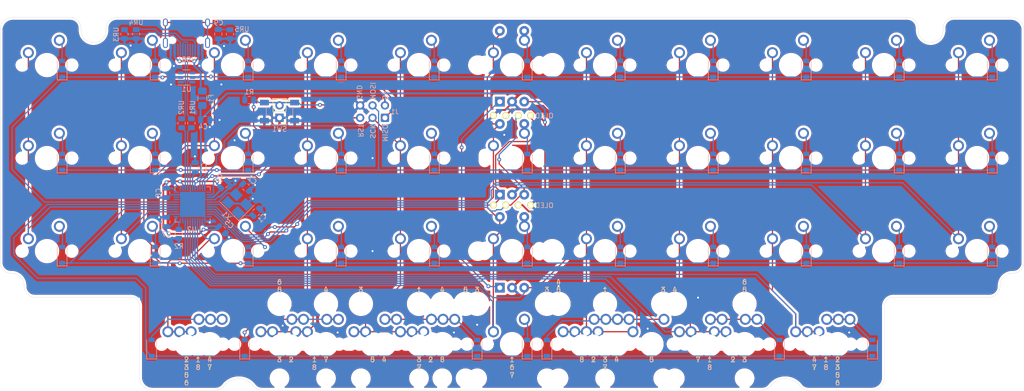
<source format=kicad_pcb>
(kicad_pcb (version 20211014) (generator pcbnew)
  (layers (0 "F.Cu" signal) (31 "B.Cu" signal) (34 "B.Paste" user) (35 "F.Paste" user) (36 "B.SilkS" user "B.Silkscreen") (37 "F.SilkS" user "F.Silkscreen") (38 "B.Mask" user) (39 "F.Mask" user) (44 "Edge.Cuts" user))
  (net 0 "")
  (net 1 "Net-(C1-Pad1)")
  (net 2 "GND")
  (net 3 "Net-(C2-Pad1)")
  (net 4 "Net-(C3-Pad1)")
  (net 5 "+5V")
  (net 6 "row0")
  (net 7 "Net-(D_SPACE1-Pad2)")
  (net 8 "Net-(D_SPACE2-Pad2)")
  (net 9 "Net-(D_SPACE3-Pad2)")
  (net 10 "Net-(D_SPACE4-Pad2)")
  (net 11 "Net-(D_SPACE5-Pad2)")
  (net 12 "Net-(D_SPACE6-Pad2)")
  (net 13 "Net-(D_SPACE7-Pad2)")
  (net 14 "Net-(D_SPACE8-Pad2)")
  (net 15 "Net-(D_SPACE9-Pad2)")
  (net 16 "Net-(D_SPACE10-Pad2)")
  (net 17 "Net-(D_SPACE11-Pad2)")
  (net 18 "row1")
  (net 19 "Net-(D_SPACE12-Pad2)")
  (net 20 "Net-(D_SPACE13-Pad2)")
  (net 21 "Net-(D_SPACE14-Pad2)")
  (net 22 "Net-(D_SPACE15-Pad2)")
  (net 23 "Net-(D_SPACE16-Pad2)")
  (net 24 "Net-(D_SPACE17-Pad2)")
  (net 25 "Net-(D_SPACE18-Pad2)")
  (net 26 "Net-(D_SPACE19-Pad2)")
  (net 27 "Net-(D_SPACE20-Pad2)")
  (net 28 "Net-(D_SPACE21-Pad2)")
  (net 29 "Net-(D_SPACE22-Pad2)")
  (net 30 "row2")
  (net 31 "Net-(D_SPACE23-Pad2)")
  (net 32 "Net-(D_SPACE24-Pad2)")
  (net 33 "Net-(D_SPACE25-Pad2)")
  (net 34 "Net-(D_SPACE26-Pad2)")
  (net 35 "Net-(D_SPACE27-Pad2)")
  (net 36 "Net-(D_SPACE28-Pad2)")
  (net 37 "Net-(D_SPACE29-Pad2)")
  (net 38 "Net-(D_SPACE30-Pad2)")
  (net 39 "Net-(D_SPACE31-Pad2)")
  (net 40 "Net-(D_SPACE32-Pad2)")
  (net 41 "Net-(D_SPACE33-Pad2)")
  (net 42 "row3")
  (net 43 "Net-(D_SPACE35-Pad2)")
  (net 44 "Net-(D_SPACE36-Pad2)")
  (net 45 "Net-(D_SPACE37-Pad2)")
  (net 46 "Net-(D_SPACE38-Pad2)")
  (net 47 "Net-(D_SPACE39-Pad2)")
  (net 48 "Net-(D_SPACE40-Pad2)")
  (net 49 "VCC")
  (net 50 "col0")
  (net 51 "col1")
  (net 52 "col3")
  (net 53 "col4")
  (net 54 "col5")
  (net 55 "col7")
  (net 56 "col8")
  (net 57 "col9")
  (net 58 "col10")
  (net 59 "col6")
  (net 60 "RST")
  (net 61 "Net-(R2-Pad2)")
  (net 62 "D-")
  (net 65 "D+")
  (net 66 "Net-(U2-Pad3)")
  (net 67 "Net-(U2-Pad4)")
  (net 72 "Net-(UR3-Pad1)")
  (net 73 "Net-(UR4-Pad1)")
  (net 76 "Net-(D_SPACE34-Pad2)")
  (net 77 "encB")
  (net 78 "encA")
  (net 79 "SDA")
  (net 80 "SCL")
  (net 81 "Net-(C9-Pad2)")
  (net 84 "col2")
  (footprint "MX_Only:MXOnly-1U-NoLED" (layer "F.Cu") (at 119.0625 65.88125)
    (fp_text reference "K_SPACE4")
    (fp_text value "KEYSW")
  )
  (footprint "MX_Only:MXOnly-1U-NoLED" (layer "F.Cu") (at 157.1625 84.93125)
    (fp_text reference "K_SPACE17")
    (fp_text value "KEYSW")
  )
  (footprint "MX_Only:MXOnly-1U-NoLED" (layer "F.Cu") (at 195.2625 103.98125)
    (fp_text reference "K_SPACE30")
    (fp_text value "KEYSW")
  )
  (footprint "Connector_PinHeader_2.54mm:PinHeader_1x02_P2.54mm_Vertical" (layer "F.Cu") (at 109.537501 76.67625 180)
    (fp_text reference "SW5")
    (fp_text value "SW_PUSH")
  )
  (footprint "MX_Only:MXOnly-1.25U-NoLED" (layer "F.Cu") (at 116.68125 123.03125)
    (fp_text reference "K_SPACE54")
    (fp_text value "KEYSW")
  )
  (footprint "MX_Only:MXOnly-1U-NoLED" (layer "F.Cu") (at 90.4875 123.03125)
    (fp_text reference "K_SPACE41")
    (fp_text value "KEYSW")
  )
  (footprint "MX_Only:MXOnly-1.75U-NoLED" (layer "F.Cu") (at 173.83125 123.03125)
    (fp_text reference "K_SPACE51")
    (fp_text value "KEYSW")
  )
  (footprint "MX_Only:MXOnly-2U-ReversedStabilizers-NoLED" (layer "F.Cu") (at 138.1125 123.03125)
    (fp_text reference "K_SPACE43")
    (fp_text value "KEYSW")
  )
  (footprint "MX_Only:MXOnly-1U-NoLED" (layer "F.Cu") (at 204.7875 123.03125)
    (fp_text reference "K_SPACE45")
    (fp_text value "KEYSW")
  )
  (footprint "MX_Only:MXOnly-1U-NoLED" (layer "F.Cu") (at 214.3125 65.88125)
    (fp_text reference "K_SPACE9")
    (fp_text value "KEYSW")
  )
  (footprint "MX_Only:MXOnly-1U-NoLED" (layer "F.Cu") (at 233.3625 84.93125)
    (fp_text reference "K_SPACE21")
    (fp_text value "KEYSW")
  )
  (footprint "MX_Only:MXOnly-1U-NoLED" (layer "F.Cu") (at 252.4125 103.98125)
    (fp_text reference "K_SPACE33")
    (fp_text value "KEYSW")
  )
  (footprint "MX_Only:MXOnly-1U-NoLED" (layer "F.Cu") (at 176.2125 103.98125)
    (fp_text reference "K_SPACE29")
    (fp_text value "KEYSW")
  )
  (footprint "MX_Only:MXOnly-1U-NoLED" (layer "F.Cu") (at 157.1625 123.03125)
    (fp_text reference "K_SPACE37")
    (fp_text value "KEYSW")
  )
  (footprint "MX_Only:MXOnly-1U-NoLED" (layer "F.Cu") (at 119.0625 84.93125)
    (fp_text reference "K_SPACE15")
    (fp_text value "KEYSW")
  )
  (footprint "MX_Only:MXOnly-3U-NoSwitch" (layer "F.Cu") (at 157.1625 84.93125 90)
    (fp_text reference "REF**")
    (fp_text value "3U")
  )
  (footprint "MX_Only:MXOnly-1U-NoLED" (layer "F.Cu") (at 157.1625 103.98125)
    (fp_text reference "K_SPACE28")
    (fp_text value "KEYSW")
  )
  (footprint "MX_Only:MXOnly-1.75U-NoLED" (layer "F.Cu") (at 140.49375 123.03125)
    (fp_text reference "K_SPACE50")
    (fp_text value "KEYSW")
  )
  (footprint "MX_Only:MXOnly-1.25U-NoLED" (layer "F.Cu") (at 197.64375 123.03125)
    (fp_text reference "K_SPACE55")
    (fp_text value "KEYSW")
  )
  (footprint "MX_Only:MXOnly-1U-NoLED" (layer "F.Cu") (at 195.2625 123.03125)
    (fp_text reference "K_SPACE39")
    (fp_text value "KEYSW")
  )
  (footprint "MX_Only:MXOnly-1U-NoLED" (layer "F.Cu") (at 233.3625 65.88125)
    (fp_text reference "K_SPACE10")
    (fp_text value "KEYSW")
  )
  (footprint "MX_Only:MXOnly-1.5U-NoLED" (layer "F.Cu") (at 142.875 123.03125)
    (fp_text reference "K_SPACE60")
    (fp_text value "KEYSW")
  )
  (footprint "MX_Only:MXOnly-1U-NoLED" (layer "F.Cu") (at 80.9625 65.88125)
    (fp_text reference "K_SPACE2")
    (fp_text value "KEYSW")
  )
  (footprint "MX_Only:MXOnly-1.25U-NoLED" (layer "F.Cu") (at 92.86875 123.03125)
    (fp_text reference "K_SPACE53")
    (fp_text value "KEYSW")
  )
  (footprint "MX_Only:MXOnly-1U-NoLED" (layer "F.Cu") (at 100.0125 84.93125)
    (fp_text reference "K_SPACE14")
    (fp_text value "KEYSW")
  )
  (footprint "MX_Only:MXOnly-1U-NoLED" (layer "F.Cu") (at 233.3625 103.98125)
    (fp_text reference "K_SPACE32")
    (fp_text value "KEYSW")
  )
  (footprint "MX_Only:MXOnly-2.25U-ReversedStabilizers-NoLED" (layer "F.Cu") (at 130.96875 123.03125)
    (fp_text reference "K_SPACE47")
    (fp_text value "KEYSW")
  )
  (footprint "MX_Only:MXOnly-3U-ReversedStabilizers-NoLED" (layer "F.Cu") (at 157.1625 123.03125)
    (fp_text reference "K_SPACE59")
    (fp_text value "KEYSW")
  )
  (footprint "encoder:RotaryEncoder_Alps_EC11E-Switch_Vertical_H20mm" (layer "F.Cu") (at 154.6625 73.374486 90)
    (fp_text reference "SW2")
    (fp_text value "RotaryEncoder_Switch")
  )
  (footprint "encoder:RotaryEncoder_Alps_EC11E-Switch_Vertical_H20mm" (layer "F.Cu") (at 154.6625 92.428031 90)
    (fp_text reference "SW3")
    (fp_text value "RotaryEncoder_Switch")
  )
  (footprint "Button_Switch_SMD:SW_SPST_SKQG_WithoutStem" (layer "F.Cu") (at 109.537501 75.406249 180)
    (fp_text reference "SW6")
    (fp_text value "SW_PUSH")
  )
  (footprint "MX_Only:MXOnly-1U-NoLED" (layer "F.Cu") (at 119.0625 103.98125)
    (fp_text reference "K_SPACE26")
    (fp_text value "KEYSW")
  )
  (footprint "MX_Only:MXOnly-1U-NoLED" (layer "F.Cu") (at 138.1125 123.03125)
    (fp_text reference "K_SPACE36")
    (fp_text value "KEYSW")
  )
  (footprint "MX_Only:MXOnly-3U-ReversedStabilizers-NoLED" (layer "F.Cu") (at 185.7375 123.03125)
    (fp_text reference "K_SPACE58")
    (fp_text value "KEYSW")
  )
  (footprint "encoder:RotaryEncoder_Alps_EC11E-Switch_Vertical_H20mm" (layer "F.Cu") (at 154.6625 111.477198 90)
    (fp_text reference "SW4")
    (fp_text value "RotaryEncoder_Switch")
  )
  (footprint "MX_Only:MXOnly-1.5U-NoLED" (layer "F.Cu") (at 95.25 123.03125)
    (fp_text reference "K_SPACE34")
    (fp_text value "KEYSW")
  )
  (footprint "MX_Only:MXOnly-1U-NoLED" (layer "F.Cu") (at 100.0125 103.98125)
    (fp_text reference "K_SPACE25")
    (fp_text value "KEYSW")
  )
  (footprint "MX_Only:MXOnly-1U-NoLED" (layer "F.Cu") (at 176.2125 123.03125)
    (fp_text reference "K_SPACE38")
    (fp_text value "KEYSW")
  )
  (footprint "MX_Only:MXOnly-1.25U-NoLED" (layer "F.Cu") (at 202.40625 123.03125)
    (fp_text reference "K_SPACE52")
    (fp_text value "KEYSW")
  )
  (footprint "MX_Only:MXOnly-1U-NoLED" (layer "F.Cu") (at 195.2625 65.88125)
    (fp_text reference "K_SPACE8")
    (fp_text value "KEYSW")
  )
  (footprint "MX_Only:MXOnly-3U-ReversedStabilizers-NoLED" (layer "F.Cu") (at 128.5875 123.03125)
    (fp_text reference "K_SPACE57")
    (fp_text value "KEYSW")
  )
  (footprint "MX_Only:MXOnly-2U-ReversedStabilizers-NoLED" (layer "F.Cu") (at 176.2125 123.03125)
    (fp_text reference "K_SPACE44")
    (fp_text value "KEYSW")
  )
  (footprint "MX_Only:MXOnly-1U-NoLED" (layer "F.Cu") (at 119.0625 123.03125)
    (fp_text reference "K_SPACE35")
    (fp_text value "KEYSW")
  )
  (footprint "MX_Only:MXOnly-1U-NoLED" (layer "F.Cu") (at 214.3125 84.93125)
    (fp_text reference "K_SPACE20")
    (fp_text value "KEYSW")
  )
  (footprint "MX_Only:MXOnly-1U-NoLED" (layer "F.Cu") (at 223.8375 123.03125)
    (fp_text reference "K_SPACE46")
    (fp_text value "KEYSW")
  )
  (footprint "kbd:OLED_v2" (layer "F.Cu") (at 157.1625 94.554586)
    (fp_text reference "OL1")
    (fp_text value "OLED" hide)
  )
  (footprint "MX_Only:MXOnly-1U-NoLED" (layer "F.Cu") (at 252.4125 65.88125)
    (fp_text reference "K_SPACE11")
    (fp_text value "KEYSW")
  )
  (footprint "MX_Only:MXOnly-1.25U-NoLED" (layer "F.Cu") (at 221.45625 123.03125)
    (fp_text reference "K_SPACE56")
    (fp_text value "KEYSW")
  )
  (footprint "MX_Only:MXOnly-1U-NoLED" (layer "F.Cu") (at 195.2625 84.93125)
    (fp_text reference "K_SPACE19")
    (fp_text value "KEYSW")
  )
  (footprint "MX_Only:MXOnly-1U-NoLED" (layer "F.Cu") (at 61.9125 103.98125)
    (fp_text reference "K_SPACE23")
    (fp_text value "KEYSW")
  )
  (footprint "MX_Only:MXOnly-1U-NoLED" (layer "F.Cu") (at 138.1125 84.93125)
    (fp_text reference "K_SPACE16")
    (fp_text value "KEYSW")
  )
  (footprint "MX_Only:MXOnly-1U-NoLED" (layer "F.Cu") (at 61.9125 84.93125)
    (fp_text reference "K_SPACE12")
    (fp_text value "KEYSW")
  )
  (footprint "MX_Only:MXOnly-1U-NoLED" (layer "F.Cu") (at 252.4125 84.93125)
    (fp_text reference "K_SPACE22")
    (fp_text value "KEYSW")
  )
  (footprint "MX_Only:MXOnly-1.5U-NoLED" (layer "F.Cu") (at 171.45 123.03125)
    (fp_text reference "K_SPACE61")
    (fp_text value "KEYSW")
  )
  (footprint "MX_Only:MXOnly-1.25U-NoLED" (layer "F.Cu") (at 111.91875 123.03125)
    (fp_text reference "K_SPACE49")
    (fp_text value "KEYSW")
  )
  (footprint "MX_Only:MXOnly-1U-NoLED" (layer "F.Cu") (at 100.0125 65.88125)
    (fp_text reference "K_SPACE3")
    (fp_text value "KEYSW")
  )
  (footprint "MX_Only:MXOnly-1U-NoLED" (layer "F.Cu") (at 176.2125 65.88125)
    (fp_text reference "K_SPACE7")
    (fp_text value "KEYSW")
  )
  (footprint "MX_Only:MXOnly-2.75U-ReversedStabilizers-NoLED" (layer "F.Cu") (at 178.59375 123.03125)
    (fp_text reference "K_SPACE48")
    (fp_text value "KEYSW")
  )
  (footprint "kbd:OLED_v2" (layer "F.Cu") (at 157.1625 76.2 180)
    (fp_text reference "OL2")
    (fp_text value "OLED" hide)
  )
  (footprint "MX_Only:MXOnly-1U-NoLED" (layer "F.Cu") (at 157.1625 65.88125)
    (fp_text reference "K_SPACE6")
    (fp_text value "KEYSW")
  )
  (footprint "MX_Only:MXOnly-1U-NoLED" (layer "F.Cu") (at 138.1125 65.88125)
    (fp_text reference "K_SPACE5")
    (fp_text value "KEYSW")
  )
  (footprint "MX_Only:MXOnly-1.5U-NoLED" (layer "F.Cu") (at 219.075 123.03125)
    (fp_text reference "K_SPACE40")
    (fp_text value "KEYSW")
  )
  (footprint "MX_Only:MXOnly-1U-NoLED" (layer "F.Cu") (at 138.1125 103.98125)
    (fp_text reference "K_SPACE27")
    (fp_text value "KEYSW")
  )
  (footprint "MX_Only:MXOnly-1U-NoLED" (layer "F.Cu") (at 80.9625 103.98125)
    (fp_text reference "K_SPACE24")
    (fp_text value "KEYSW")
  )
  (footprint "MX_Only:MXOnly-1U-NoLED" (layer "F.Cu") (at 176.2125 84.93125)
    (fp_text reference "K_SPACE18")
    (fp_text value "KEYSW")
  )
  (footprint "MX_Only:MXOnly-1U-NoLED" (layer "F.Cu") (at 214.3125 103.98125)
    (fp_text reference "K_SPACE31")
    (fp_text value "KEYSW")
  )
  (footprint "MX_Only:MXOnly-1U-NoLED" (layer "F.Cu") (at 61.9125 65.88125)
    (fp_text reference "K_SPACE1")
    (fp_text value "KEYSW")
  )
  (footprint "MX_Only:MXOnly-1U-NoLED" (layer "F.Cu") (at 109.5375 123.03125)
    (fp_text reference "K_SPACE42")
    (fp_text value "KEYSW")
  )
  (footprint "MX_Only:MXOnly-1U-NoLED" (layer "F.Cu") (at 80.9625 84.93125)
    (fp_text reference "K_SPACE13")
    (fp_text value "KEYSW")
  )
  (footprint "Diode_SMD:D_SOD-123" (layer "B.Cu") (at 160.29844 85.725 90)
    (fp_text reference "D_SPACE17")
    (fp_text value "D")
  )
  (footprint "Diode_SMD:D_SOD-123" (layer "B.Cu") (at 83.34375 123.825 90)
    (fp_text reference "D_SPACE34")
    (fp_text value "D")
  )
  (footprint "Diode_SMD:D_SOD-123" (layer "B.Cu") (at 141.212656 66.675 90)
    (fp_text reference "D_SPACE5")
    (fp_text value "D")
  )
  (footprint "Diode_SMD:D_SOD-123" (layer "B.Cu") (at 65.014844 66.675 90)
    (fp_text reference "D_SPACE1")
    (fp_text value "D")
  )
  (footprint "Diode_SMD:D_SOD-123" (layer "B.Cu") (at 236.467192 104.775 90)
    (fp_text reference "D_SPACE32")
    (fp_text value "D")
  )
  (footprint "Crystal:Crystal_SMD_3225-4Pin_3.2x2.5mm_HandSoldering" (layer "B.Cu") (at 100.865261 94.247258 135)
    (fp_text reference "X1")
    (fp_text value "Crystal_GND24_Small")
  )
  (footprint "Diode_SMD:D_SOD-123" (layer "B.Cu") (at 150.01875 123.825 90)
    (fp_text reference "D_SPACE36")
    (fp_text value "D")
  )
  (footprint "Package_TO_SOT_SMD:SOT-23-6" (layer "B.Cu") (at 90.4875 68.41875)
    (fp_text reference "U1")
    (fp_text value "SRV05-4")
  )
  (footprint "Resistor_SMD:R_0805_2012Metric" (layer "B.Cu") (at 99.38258 59.55125 -90)
    (fp_text reference "UR5")
    (fp_text value "1M")
  )
  (footprint "Fuse:Fuse_1206_3216Metric_Pad1.42x1.75mm_HandSolder" (layer "B.Cu") (at 93.735235 72.673285 -90)
    (fp_text reference "F1")
    (fp_text value "Polyfuse_Small")
  )
  (footprint "Diode_SMD:D_SOD-123" (layer "B.Cu") (at 164.30625 123.825 90)
    (fp_text reference "D_SPACE38")
    (fp_text value "D")
  )
  (footprint "Diode_SMD:D_SOD-123" (layer "B.Cu") (at 103.11375 104.775 90)
    (fp_text reference "D_SPACE25")
    (fp_text value "D")
  )
  (footprint "Resistor_SMD:R_0805_2012Metric" (layer "B.Cu") (at 77.7875 59.53125 -90)
    (fp_text reference "UR3")
    (fp_text value "5.1k")
  )
  (footprint "Diode_SMD:D_SOD-123" (layer "B.Cu") (at 179.340628 85.725 90)
    (fp_text reference "D_SPACE18")
    (fp_text value "D")
  )
  (footprint "Package_DFN_QFN:QFN-44-1EP_7x7mm_P0.5mm_EP5.2x5.2mm" (layer "B.Cu") (at 91.739571 94.427216 -90)
    (fp_text reference "U2")
    (fp_text value "ATmega32U4-M")
  )
  (footprint "Diode_SMD:D_SOD-123" (layer "B.Cu") (at 217.410468 66.675 90)
    (fp_text reference "D_SPACE9")
    (fp_text value "D")
  )
  (footprint "Diode_SMD:D_SOD-123" (layer "B.Cu") (at 84.064297 85.725 90)
    (fp_text reference "D_SPACE13")
    (fp_text value "D")
  )
  (footprint "Capacitor_SMD:C_0805_2012Metric" (layer "B.Cu") (at 102.680916 90.889152 -45)
    (fp_text reference "C2")
    (fp_text value "22p")
  )
  (footprint "Capacitor_SMD:C_0805_2012Metric" (layer "B.Cu") (at 94.315235 77.0875)
    (fp_text reference "C4")
    (fp_text value "10uF")
  )
  (footprint "Diode_SMD:D_SOD-123" (layer "B.Cu") (at 102.39375 123.825 90)
    (fp_text reference "D_SPACE35")
    (fp_text value "D")
  )
  (footprint "Diode_SMD:D_SOD-123" (layer "B.Cu") (at 65.014844 85.725 90)
    (fp_text reference "D_SPACE12")
    (fp_text value "D")
  )
  (footprint "Diode_SMD:D_SOD-123" (layer "B.Cu") (at 179.340628 104.775 90)
    (fp_text reference "D_SPACE29")
    (fp_text value "D")
  )
  (footprint "Diode_SMD:D_SOD-123" (layer "B.Cu") (at 84.064297 66.675 90)
    (fp_text reference "D_SPACE2")
    (fp_text value "D")
  )
  (footprint "Resistor_SMD:R_0805_2012Metric" (layer "B.Cu") (at 91.4875 77.7875 -90)
    (fp_text reference "UR1")
    (fp_text value "22")
  )
  (footprint "Diode_SMD:D_SOD-123" (layer "B.Cu") (at 217.425004 85.725 90)
    (fp_text reference "D_SPACE20")
    (fp_text value "D")
  )
  (footprint "Diode_SMD:D_SOD-123" (layer "B.Cu") (at 84.064297 104.775 90)
    (fp_text reference "D_SPACE24")
    (fp_text value "D")
  )
  (footprint "Diode_SMD:D_SOD-123" (layer "B.Cu") (at 236.467192 85.725 90)
    (fp_text reference "D_SPACE21")
    (fp_text value "D")
  )
  (footprint "Diode_SMD:D_SOD-123" (layer "B.Cu") (at 122.163203 85.725 90)
    (fp_text reference "D_SPACE15")
    (fp_text value "D")
  )
  (footprint "Diode_SMD:D_SOD-123" (layer "B.Cu") (at 122.163203 104.775 90)
    (fp_text reference "D_SPACE26")
    (fp_text value "D")
  )
  (footprint "Resistor_SMD:R_0805_2012Metric" (layer "B.Cu") (at 88.906624 100.457405 90)
    (fp_text reference "R2")
    (fp_text value "10k")
  )
  (footprint "Diode_SMD:D_SOD-123" (layer "B.Cu") (at 141.256252 85.725 90)
    (fp_text reference "D_SPACE16")
    (fp_text value "D")
  )
  (footprint "Diode_SMD:D_SOD-123" (layer "B.Cu") (at 103.11375 85.725 90)
    (fp_text reference "D_SPACE14")
    (fp_text value "D")
  )
  (footprint "Diode_SMD:D_SOD-123" (layer "B.Cu") (at 198.382816 104.775 90)
    (fp_text reference "D_SPACE30")
    (fp_text value "D")
  )
  (footprint "Button_Switch_SMD:SW_SPST_SKQG_WithoutStem" (layer "B.Cu") (at 109.537501 75.406249)
    (fp_text reference "SW1")
    (fp_text value "SW_PUSH")
  )
  (footprint "Capacitor_SMD:C_0805_2012Metric" (layer "B.Cu") (at 98.168726 90.31665 45)
    (fp_text reference "C6")
    (fp_text value "0.1uf")
  )
  (footprint "Diode_SMD:D_SOD-123" (layer "B.Cu") (at 122.163203 66.675 90)
    (fp_text reference "D_SPACE4")
    (fp_text value "D")
  )
  (footprint "Capacitor_SMD:C_0805_2012Metric" (layer "B.Cu") (at 104.775 96.04375 45)
    (fp_text reference "C1")
    (fp_text value "22p")
  )
  (footprint "Diode_SMD:D_SOD-123" (layer "B.Cu") (at 255.509381 66.675 90)
    (fp_text reference "D_SPACE11")
    (fp_text value "D")
  )
  (footprint "Capacitor_SMD:C_0805_2012Metric" (layer "B.Cu") (at 86.329595 92.056694 -90)
    (fp_text reference "C8")
    (fp_text value "0.1uf")
  )
  (footprint "Resistor_SMD:R_0805_2012Metric" (layer "B.Cu") (at 89.4875 77.7875 -90)
    (fp_text reference "UR2")
    (fp_text value "22")
  )
  (footprint "Diode_SMD:D_SOD-123" (layer "B.Cu") (at 160.252688 123.825 90)
    (fp_text reference "D_SPACE37")
    (fp_text value "D")
  )
  (footprint "Diode_SMD:D_SOD-123" (layer "B.Cu") (at 236.459921 66.675 90)
    (fp_text reference "D_SPACE10")
    (fp_text value "D")
  )
  (footprint "Diode_SMD:D_SOD-123" (layer "B.Cu") (at 230.98125 123.825 90)
    (fp_text reference "D_SPACE40")
    (fp_text value "D")
  )
  (footprint "Diode_SMD:D_SOD-123" (layer "B.Cu") (at 198.361015 66.675 90)
    (fp_text reference "D_SPACE8")
    (fp_text value "D")
  )
  (footprint "Diode_SMD:D_SOD-123" (layer "B.Cu") (at 211.93125 123.825 90)
    (fp_text reference "D_SPACE39")
    (fp_text value "D")
  )
  (footprint "Capacitor_SMD:C_0805_2012Metric" (layer "B.Cu") (at 92.279949 86.807068 90)
    (fp_text reference "C3")
    (fp_text value "1uf")
  )
  (footprint "Diode_SMD:D_SOD-123" (layer "B.Cu") (at 103.11375 66.675 90)
    (fp_text reference "D_SPACE3")
    (fp_text value "D")
  )
  (footprint "Capacitor_SMD:C_0805_2012Metric" (layer "B.Cu") (at 97.753599 99.635829 -45)
    (fp_text reference "C5")
    (fp_text value "0.1uf")
  )
  (footprint "Capacitor_SMD:C_0805_2012Metric" (layer "B.Cu") (at 86.34999 98.010603 90)
    (fp_text reference "C7")
    (fp_text value "0.1uf")
  )
  (footprint "Diode_SMD:D_SOD-123" (layer "B.Cu") (at 141.256252 104.775 90)
    (fp_text reference "D_SPACE27")
    (fp_text value "D")
  )
  (footprint "Diode_SMD:D_SOD-123" (layer "B.Cu") (at 160.29844 104.775 90)
    (fp_text reference "D_SPACE28")
    (fp_text value "D")
  )
  (footprint "Diode_SMD:D_SOD-123" (layer "B.Cu") (at 65.014844 104.775 90)
    (fp_text reference "D_SPACE23")
    (fp_text value "D")
  )
  (footprint "Diode_SMD:D_SOD-123" (layer "B.Cu") (at 217.425004 104.775 90)
    (fp_text reference "D_SPACE31")
    (fp_text value "D")
  )
  (footprint "Diode_SMD:D_SOD-123" (layer "B.Cu") (at 179.311562 66.675 90)
    (fp_text reference "D_SPACE7")
    (fp_text value "D")
  )
  (footprint "Capacitor_SMD:C_0805_2012Metric" (layer "B.Cu") (at 97.00133 59.55125 90)
    (fp_text reference "C9")
    (fp_text value "4.7uF")
  )
  (footprint "Diode_SMD:D_SOD-123" (layer "B.Cu") (at 255.509381 104.775 90)
    (fp_text reference "D_SPACE33")
    (fp_text value "D")
  )
  (footprint "Type-C:HRO-TYPE-C-31-M-12-HandSoldering" (layer "B.Cu") (at 90.4875 54.548938)
    (fp_text reference "USB1")
    (fp_text value "HRO-TYPE-C-31-M-12")
  )
  (footprint "Resistor_SMD:R_0805_2012Metric" (layer "B.Cu") (at 103.330218 73.032273 180)
    (fp_text reference "R1")
    (fp_text value "10k")
  )
  (footprint "Connector_IDC:IDC-Header_2x03_P2.54mm_Vertical" (layer "B.Cu") (at 131.1325 76.684856 90)
    (fp_text reference "J1")
    (fp_text value "AVR-ISP-6")
  )
  (footprint "Diode_SMD:D_SOD-123" (layer "B.Cu") (at 198.382816 85.725 90)
    (fp_text reference "D_SPACE19")
    (fp_text value "D")
  )
  (footprint "Diode_SMD:D_SOD-123" (layer "B.Cu") (at 255.509381 85.725 90)
    (fp_text reference "D_SPACE22")
    (fp_text value "D")
  )
  (footprint "Resistor_SMD:R_0805_2012Metric" (layer "B.Cu") (at 80.16875 59.53125 -90)
    (fp_text reference "UR4")
    (fp_text value "5.1k")
  )
  (footprint "Diode_SMD:D_SOD-123" (layer "B.Cu") (at 160.262109 66.675 90)
    (fp_text reference "D_SPACE6")
    (fp_text value "D")
  )
  (gr_line (start 80.891375 115.213518) (end 80.891375 129.863517) (layer "Edge.Cuts") (width 0.05))
  (gr_line (start 52.316375 58.713518) (end 52.316375 106.322518) (layer "Edge.Cuts") (width 0.05))
  (gr_arc (start 98.198667 131.607615) (mid 97.427306 132.237982) (end 96.457 132.463518) (layer "Edge.Cuts") (width 0.05))
  (gr_arc (start 52.316375 58.713518) (mid 53.077897 56.87504) (end 54.916375 56.113517) (layer "Edge.Cuts") (width 0.05))
  (gr_line (start 262.016375 106.322518) (end 262.016375 58.713518) (layer "Edge.Cuts") (width 0.05))
  (gr_arc (start 73.991375 58.313518) (mid 74.63574 56.757883) (end 76.191374 56.113517) (layer "Edge.Cuts") (width 0.05))
  (gr_line (start 259.67575 108.522518) (end 259.816375 108.522518) (layer "Edge.Cuts") (width 0.05))
  (gr_arc (start 257.125749 111.213517) (mid 256.481385 112.769152) (end 254.92575 113.413516) (layer "Edge.Cuts") (width 0.05))
  (gr_arc (start 210.117416 131.607615) (mid 213.12575 130.129237) (end 216.134083 131.607615) (layer "Edge.Cuts") (width 0.05))
  (gr_line (start 57.207375 111.072517) (end 57.207375 111.213518) (layer "Edge.Cuts") (width 0.05))
  (gr_arc (start 257.125749 111.072517) (mid 257.872628 109.269395) (end 259.67575 108.522518) (layer "Edge.Cuts") (width 0.05))
  (gr_line (start 54.516375 108.522518) (end 54.657375 108.522518) (layer "Edge.Cuts") (width 0.05))
  (gr_line (start 105.957 132.463518) (end 208.37575 132.463518) (layer "Edge.Cuts") (width 0.05))
  (gr_arc (start 79.091376 113.413517) (mid 80.364167 113.940726) (end 80.891375 115.213518) (layer "Edge.Cuts") (width 0.05))
  (gr_arc (start 98.198667 131.607615) (mid 101.207 130.129238) (end 104.215333 131.607615) (layer "Edge.Cuts") (width 0.05))
  (gr_arc (start 105.957 132.463518) (mid 104.986694 132.237982) (end 104.215333 131.607615) (layer "Edge.Cuts") (width 0.05))
  (gr_arc (start 54.657375 108.522518) (mid 56.460497 109.269396) (end 57.207375 111.072517) (layer "Edge.Cuts") (width 0.05))
  (gr_line (start 59.407375 113.413517) (end 79.091376 113.413517) (layer "Edge.Cuts") (width 0.05))
  (gr_line (start 238.141376 56.113517) (end 93.411943 56.113517) (layer "Edge.Cuts") (width 0.05))
  (gr_line (start 87.581943 56.113517) (end 76.191374 56.113517) (layer "Edge.Cuts") (width 0.05))
  (gr_line (start 233.441375 129.863517) (end 233.441375 115.213518) (layer "Edge.Cuts") (width 0.05))
  (gr_line (start 257.125749 111.213517) (end 257.125749 111.072517) (layer "Edge.Cuts") (width 0.05))
  (gr_arc (start 262.016375 106.322518) (mid 261.37201 107.878153) (end 259.816375 108.522518) (layer "Edge.Cuts") (width 0.05))
  (gr_arc (start 83.491375 132.463518) (mid 81.652897 131.701996) (end 80.891375 129.863517) (layer "Edge.Cuts") (width 0.05))
  (gr_line (start 259.416374 56.113517) (end 247.641375 56.113519) (layer "Edge.Cuts") (width 0.05))
  (gr_arc (start 66.691375 56.113519) (mid 68.24701 56.757883) (end 68.891374 58.313518) (layer "Edge.Cuts") (width 0.05))
  (gr_arc (start 245.441376 58.713517) (mid 242.891377 61.263518) (end 240.341375 58.713518) (layer "Edge.Cuts") (width 0.05))
  (gr_line (start 93.411943 56.113517) (end 87.581943 56.113517) (layer "Edge.Cuts") (width 0.05))
  (gr_arc (start 210.117416 131.607615) (mid 209.346055 132.237981) (end 208.37575 132.463518) (layer "Edge.Cuts") (width 0.05))
  (gr_line (start 235.241374 113.413517) (end 254.92575 113.413516) (layer "Edge.Cuts") (width 0.05))
  (gr_arc (start 233.441375 115.213518) (mid 233.968583 113.940726) (end 235.241374 113.413517) (layer "Edge.Cuts") (width 0.05))
  (gr_line (start 217.87575 132.463518) (end 230.841375 132.463518) (layer "Edge.Cuts") (width 0.05))
  (gr_line (start 66.691375 56.113519) (end 54.916375 56.113517) (layer "Edge.Cuts") (width 0.05))
  (gr_line (start 68.891374 58.713517) (end 68.891374 58.313518) (layer "Edge.Cuts") (width 0.05))
  (gr_arc (start 245.441376 58.313518) (mid 246.085741 56.757884) (end 247.641375 56.113519) (layer "Edge.Cuts") (width 0.05))
  (gr_arc (start 59.407375 113.413517) (mid 57.85174 112.769152) (end 57.207375 111.213518) (layer "Edge.Cuts") (width 0.05))
  (gr_line (start 73.991375 58.313518) (end 73.991375 58.713518) (layer "Edge.Cuts") (width 0.05))
  (gr_line (start 240.341375 58.713518) (end 240.341375 58.313518) (layer "Edge.Cuts") (width 0.05))
  (gr_arc (start 73.991375 58.713518) (mid 71.441374 61.26349) (end 68.891374 58.713517) (layer "Edge.Cuts") (width 0.05))
  (gr_arc (start 233.441375 129.863517) (mid 232.679853 131.701996) (end 230.841375 132.463518) (layer "Edge.Cuts") (width 0.05))
  (gr_arc (start 238.141376 56.113517) (mid 239.697011 56.757883) (end 240.341375 58.313518) (layer "Edge.Cuts") (width 0.05))
  (gr_arc (start 259.416374 56.113517) (mid 261.254854 56.875038) (end 262.016375 58.713518) (layer "Edge.Cuts") (width 0.05))
  (gr_line (start 83.491375 132.463518) (end 96.457 132.463518) (layer "Edge.Cuts") (width 0.05))
  (gr_arc (start 217.87575 132.463518) (mid 216.905444 132.237982) (end 216.134083 131.607615) (layer "Edge.Cuts") (width 0.05))
  (gr_line (start 245.441376 58.313518) (end 245.441376 58.713517) (layer "Edge.Cuts") (width 0.05))
  (gr_arc (start 54.516375 108.522518) (mid 52.96074 107.878153) (end 52.316375 106.322518) (layer "Edge.Cuts") (width 0.05))
  (gr_text "3" (at 223.8375 127.79375) (layer "B.SilkS") (effects (font (size 1 1)) (justify mirror)))
  (gr_text "2" (at 173.83125 126.20625) (layer "B.SilkS") (effects (font (size 1 1)) (justify mirror)))
  (gr_text "8" (at 197.64375 127.79375) (layer "B.SilkS") (effects (font (size 1 1)) (justify mirror)))
  (gr_text "8" (at 116.68125 127.79375) (layer "B.SilkS") (effects (font (size 1 1)) (justify mirror)))
  (gr_text "4" (at 190.5 111.91875) (layer "B.SilkS") (effects (font (size 1 1)) (justify mirror)))
  (gr_text "3" (at 126.20625 111.91875) (layer "B.SilkS") (effects (font (size 1 1)) (justify mirror)))
  (gr_text "5" (at 166.6875 111.91875) (layer "B.SilkS") (effects (font (size 1 1)) (justify mirror)))
  (gr_text "6" (at 204.7875 110.33125) (layer "B.SilkS") (effects (font (size 1 1)) (justify mirror)))
  (gr_text "7" (at 219.075 127.79375) (layer "B.SilkS") (effects (font (size 1 1)) (justify mirror)))
  (gr_text "8" (at 221.45625 127.79375) (layer "B.SilkS") (effects (font (size 1 1)) (justify mirror)))
  (gr_text "6" (at 109.5375 110.33125) (layer "B.SilkS") (effects (font (size 1 1)) (justify mirror)))
  (gr_text "4" (at 119.0625 111.91875) (layer "B.SilkS") (effects (font (size 1 1)) (justify mirror)))
  (gr_text "7" (at 119.0625 126.20625) (layer "B.SilkS") (effects (font (size 1 1)) (justify mirror)))
  (gr_text "3" (at 164.30625 111.91875) (layer "B.SilkS") (effects (font (size 1 1)) (justify mirror)))
  (gr_text "7" (at 176.2125 127.79375) (layer "B.SilkS") (effects (font (size 1 1)) (justify mirror)))
  (gr_text "3" (at 90.4875 127.79375) (layer "B.SilkS") (effects (font (size 1 1)) (justify mirror)))
  (gr_text "4" (at 219.075 126.20625) (layer "B.SilkS") (effects (font (size 1 1)) (justify mirror)))
  (gr_text "2" (at 223.8375 126.20625) (layer "B.SilkS") (effects (font (size 1 1)) (justify mirror)))
  (gr_text "5" (at 223.8375 129.38125) (layer "B.SilkS") (effects (font (size 1 1)) (justify mirror)))
  (gr_text "5" (at 204.7875 111.91875) (layer "B.SilkS") (effects (font (size 1 1)) (justify mirror)))
  (gr_text "5" (at 90.4875 129.38125) (layer "B.SilkS") (effects (font (size 1 1)) (justify mirror)))
  (gr_text "6" (at 90.4875 130.96875) (layer "B.SilkS") (effects (font (size 1 1)) (justify mirror)))
  (gr_text "8" (at 171.45 126.20625) (layer "B.SilkS") (effects (font (size 1 1)) (justify mirror)))
  (gr_text "1" (at 157.1625 126.20625) (layer "B.SilkS") (effects (font (size 1 1)) (justify mirror)))
  (gr_text "5" (at 128.5875 126.20625) (layer "B.SilkS") (effects (font (size 1 1)) (justify mirror)))
  (gr_text "7" (at 157.13772 129.38531) (layer "B.SilkS") (effects (font (size 1 1)) (justify mirror)))
  (gr_text "7" (at 138.1125 127.79375) (layer "B.SilkS") (effects (font (size 1 1)) (justify mirror)))
  (gr_text "3" (at 188.11875 111.91875) (layer "B.SilkS") (effects (font (size 1 1)) (justify mirror)))
  (gr_text "2" (at 140.49375 126.20625) (layer "B.SilkS") (effects (font (size 1 1)) (justify mirror)))
  (gr_text "6" (at 223.8375 130.96875) (layer "B.SilkS") (effects (font (size 1 1)) (justify mirror)))
  (gr_text "5" (at 147.6375 111.91875) (layer "B.SilkS") (effects (font (size 1 1)) (justify mirror)))
  (gr_text "1" (at 92.86875 126.20625) (layer "B.SilkS") (effects (font (size 1 1)) (justify mirror)))
  (gr_text "1" (at 221.45625 126.20625) (layer "B.SilkS") (effects (font (size 1 1)) (justify mirror)))
  (gr_text "3" (at 150.01875 111.91875) (layer "B.SilkS") (effects (font (size 1 1)) (justify mirror)))
  (gr_text "4" (at 130.96875 126.20625) (layer "B.SilkS") (effects (font (size 1 1)) (justify mirror)))
  (gr_text "1" (at 138.1125 111.91875) (layer "B.SilkS") (effects (font (size 1 1)) (justify mirror)))
  (gr_text "7" (at 95.25 127.79375) (layer "B.SilkS") (effects (font (size 1 1)) (justify mirror)))
  (gr_text "8" (at 92.86875 127.79375) (layer "B.SilkS") (effects (font (size 1 1)) (justify mirror)))
  (gr_text "3" (at 138.094216 126.20625) (layer "B.SilkS") (effects (font (size 1 1)) (justify mirror)))
  (gr_text "6" (at 157.1625 127.79375) (layer "B.SilkS") (effects (font (size 1 1)) (justify mirror)))
  (gr_text "4" (at 166.6875 110.33125) (layer "B.SilkS") (effects (font (size 1 1)) (justify mirror)))
  (gr_text "1" (at 197.64375 126.20625) (layer "B.SilkS") (effects (font (size 1 1)) (justify mirror)))
  (gr_text "3" (at 109.5375 126.20625) (layer "B.SilkS") (effects (font (size 1 1)) (justify mirror)))
  (gr_text "3" (at 204.7875 126.20625) (layer "B.SilkS") (effects (font (size 1 1)) (justify mirror)))
  (gr_text "4" (at 95.25 126.20625) (layer "B.SilkS") (effects (font (size 1 1)) (justify mirror)))
  (gr_text "3" (at 176.2125 126.226756) (layer "B.SilkS") (effects (font (size 1 1)) (justify mirror)))
  (gr_text "2" (at 202.40625 126.20625) (layer "B.SilkS") (effects (font (size 1 1)) (justify mirror)))
  (gr_text "1" (at 176.2125 111.91875) (layer "B.SilkS") (effects (font (size 1 1)) (justify mirror)))
  (gr_text "1" (at 116.68125 126.20625) (layer "B.SilkS") (effects (font (size 1 1)) (justify mirror)))
  (gr_text "7" (at 195.2625 126.20625) (layer "B.SilkS") (effects (font (size 1 1)) (justify mirror)))
  (gr_text "8" (at 142.875 126.20625) (layer "B.SilkS") (effects (font (size 1 1)) (justify mirror)))
  (gr_text "5" (at 109.5375 111.91875) (layer "B.SilkS") (effects (font (size 1 1)) (justify mirror)))
  (gr_text "2" (at 90.4875 126.20625) (layer "B.SilkS") (effects (font (size 1 1)) (justify mirror)))
  (gr_text "2" (at 111.91875 126.20625) (layer "B.SilkS") (effects (font (size 1 1)) (justify mirror)))
  (gr_text "5" (at 185.7375 126.20625) (layer "B.SilkS") (effects (font (size 1 1)) (justify mirror)))
  (gr_text "4" (at 142.875 111.91875) (layer "B.SilkS") (effects (font (size 1 1)) (justify mirror)))
  (gr_text "4" (at 178.59375 126.20625) (layer "B.SilkS") (effects (font (size 1 1)) (justify mirror)))
  (gr_text "8" (at 116.68125 127.79375) (layer "F.SilkS") (effects (font (size 1 1))))
  (gr_text "1" (at 116.68125 126.20625) (layer "F.SilkS") (effects (font (size 1 1))))
  (gr_text "4" (at 130.96875 126.20625) (layer "F.SilkS") (effects (font (size 1 1))))
  (gr_text "1" (at 176.2125 111.91875) (layer "F.SilkS") (effects (font (size 1 1))))
  (gr_text "3" (at 109.5375 126.20625) (layer "F.SilkS") (effects (font (size 1 1))))
  (gr_text "3" (at 204.7875 126.20625) (layer "F.SilkS") (effects (font (size 1 1))))
  (gr_text "4" (at 95.25 126.20625) (layer "F.SilkS") (effects (font (size 1 1))))
  (gr_text "2" (at 223.8375 126.20625) (layer "F.SilkS") (effects (font (size 1 1))))
  (gr_text "3" (at 164.30625 111.91875) (layer "F.SilkS") (effects (font (size 1 1))))
  (gr_text "2" (at 173.83125 126.20625) (layer "F.SilkS") (effects (font (size 1 1))))
  (gr_text "7" (at 95.235166 127.784398) (layer "F.SilkS") (effects (font (size 1 1))))
  (gr_text "5" (at 166.6875 111.91875) (layer "F.SilkS") (effects (font (size 1 1))))
  (gr_text "1" (at 138.1125 111.91875) (layer "F.SilkS") (effects (font (size 1 1))))
  (gr_text "7" (at 219.075 127.79375) (layer "F.SilkS") (effects (font (size 1 1))))
  (gr_text "3" (at 126.20625 111.91875) (layer "F.SilkS") (effects (font (size 1 1))))
  (gr_text "4" (at 166.6875 110.33125) (layer "F.SilkS") (effects (font (size 1 1))))
  (gr_text "4" (at 178.566247 126.185744) (layer "F.SilkS") (effects (font (size 1 1))))
  (gr_text "1" (at 157.1625 126.20625) (layer "F.SilkS") (effects (font (size 1 1))))
  (gr_text "7" (at 119.0625 126.20625) (layer "F.SilkS") (effects (font (size 1 1))))
  (gr_text "2" (at 140.49375 126.20625) (layer "F.SilkS") (effects (font (size 1 1))))
  (gr_text "3" (at 223.8375 127.79375) (layer "F.SilkS") (effects (font (size 1 1))))
  (gr_text "5" (at 128.5875 126.20625) (layer "F.SilkS") (effects (font (size 1 1))))
  (gr_text "2" (at 111.91875 126.20625) (layer "F.SilkS") (effects (font (size 1 1))))
  (gr_text "3" (at 150.01875 111.91875) (layer "F.SilkS") (effects (font (size 1 1))))
  (gr_text "8" (at 197.64375 127.79375) (layer "F.SilkS") (effects (font (size 1 1))))
  (gr_text "8" (at 142.875 126.20625) (layer "F.SilkS") (effects (font (size 1 1))))
  (gr_text "6" (at 157.1625 127.79375) (layer "F.SilkS") (effects (font (size 1 1))))
  (gr_text "2" (at 202.40625 126.20625) (layer "F.SilkS") (effects (font (size 1 1))))
  (gr_text "8" (at 171.45 126.20625) (layer "F.SilkS") (effects (font (size 1 1))))
  (gr_text "6" (at 204.7875 110.33125) (layer "F.SilkS") (effects (font (size 1 1))))
  (gr_text "5" (at 185.7375 126.20625) (layer "F.SilkS") (effects (font (size 1 1))))
  (gr_text "3" (at 188.11875 111.91875) (layer "F.SilkS") (effects (font (size 1 1))))
  (gr_text "8" (at 92.86875 127.79375) (layer "F.SilkS") (effects (font (size 1 1))))
  (gr_text "8" (at 221.45625 127.79375) (layer "F.SilkS") (effects (font (size 1 1))))
  (gr_text "6" (at 90.4875 130.96875) (layer "F.SilkS") (effects (font (size 1 1))))
  (gr_text "6" (at 223.8375 130.96875) (layer "F.SilkS") (effects (font (size 1 1))))
  (gr_text "7" (at 138.13728 127.78969) (layer "F.SilkS") (effects (font (size 1 1))))
  (gr_text "7" (at 195.2625 126.20625) (layer "F.SilkS") (effects (font (size 1 1))))
  (gr_text "5" (at 109.5375 111.91875) (layer "F.SilkS") (effects (font (size 1 1))))
  (gr_text "3" (at 90.4875 127.79375) (layer "F.SilkS") (effects (font (size 1 1))))
  (gr_text "3" (at 138.14781 126.191459) (layer "F.SilkS") (effects (font (size 1 1))))
  (gr_text "5" (at 147.6375 111.91875) (layer "F.SilkS") (effects (font (size 1 1))))
  (gr_text "2" (at 90.4875 126.20625) (layer "F.SilkS") (effects (font (size 1 1))))
  (gr_text "4" (at 219.075 126.20625) (layer "F.SilkS") (effects (font (size 1 1))))
  (gr_text "6" (at 109.5375 110.33125) (layer "F.SilkS") (effects (font (size 1 1))))
  (gr_text "1" (at 221.441416 126.196898) (layer "F.SilkS") (effects (font (size 1 1))))
  (gr_text "5" (at 90.4875 129.38125) (layer "F.SilkS") (effects (font (size 1 1))))
  (gr_text "4" (at 190.5 111.91875) (layer "F.SilkS") (effects (font (size 1 1))))
  (gr_text "1" (at 92.853916 126.196898) (layer "F.SilkS") (effects (font (size 1 1))))
  (gr_text "7" (at 157.1625 129.38125) (layer "F.SilkS") (effects (font (size 1 1))))
  (gr_text "3" (at 176.253556 126.20625) (layer "F.SilkS") (effects (font (size 1 1))))
  (gr_text "5" (at 223.8375 129.38125) (layer "F.SilkS") (effects (font (size 1 1))))
  (gr_text "1" (at 197.64375 126.20625) (layer "F.SilkS") (effects (font (size 1 1))))
  (gr_text "7" (at 176.2125 127.79375) (layer "F.SilkS") (effects (font (size 1 1))))
  (gr_text "4" (at 119.049571 111.902473) (layer "F.SilkS") (effects (font (size 1 1))))
  (gr_text "5" (at 204.7875 111.91875) (layer "F.SilkS") (effects (font (size 1 1))))
  (gr_text "4" (at 142.875 111.91875) (layer "F.SilkS") (effects (font (size 1 1))))
  (segment (start 100.311038 96.852091) (end 101.077393 96.085736) (width 0.254) (layer "B.Cu") (net 1))
  (segment (start 97.297329 94.427216) (end 99.722204 96.852091) (width 0.254) (layer "B.Cu") (net 1))
  (segment (start 99.722204 96.852091) (end 100.311038 96.852091) (width 0.254) (layer "B.Cu") (net 1))
  (segment (start 95.077071 94.427216) (end 97.297329 94.427216) (width 0.254) (layer "B.Cu") (net 1))
  (segment (start 101.707158 96.715501) (end 104.103249 96.715501) (width 0.254) (layer "B.Cu") (net 1))
  (segment (start 87.753392 102.680009) (end 88.923362 102.680009) (width 0.381) (layer "F.Cu") (net 2))
  (segment (start 154.469957 75.082543) (end 155.734465 75.082543) (width 0.381) (layer "F.Cu") (net 2))
  (segment (start 87.905498 66.06683) (end 93.095037 66.06683) (width 0.381) (layer "F.Cu") (net 2))
  (segment (start 95.25 100.0125) (end 95.25 98.094211) (width 0.381) (layer "F.Cu") (net 2))
  (segment (start 85.139231 97.338365) (end 85.139231 100.065848) (width 0.381) (layer "F.Cu") (net 2))
  (segment (start 93.095037 66.06683) (end 93.136528 66.025339) (width 0.381) (layer "F.Cu") (net 2))
  (segment (start 84.873396 97.07253) (end 85.139231 97.338365) (width 0.381) (layer "F.Cu") (net 2))
  (segment (start 88.923362 102.680009) (end 92.582491 102.680009) (width 0.381) (layer "F.Cu") (net 2))
  (segment (start 85.139231 100.065848) (end 87.753392 102.680009) (width 0.381) (layer "F.Cu") (net 2))
  (segment (start 92.582491 102.680009) (end 95.25 100.0125) (width 0.381) (layer "F.Cu") (net 2))
  (segment (start 155.734465 75.082543) (end 157.1625 73.654508) (width 0.381) (layer "F.Cu") (net 2))
  (segment (start 153.3525 76.2) (end 154.469957 75.082543) (width 0.381) (layer "F.Cu") (net 2))
  (via (at 84.663817 92.959753) (size 0.8) (drill 0.4) (layers "F.Cu" "B.Cu") (net 2))
  (via (at 87.3125 69.85) (size 0.8) (drill 0.4) (layers "F.Cu" "B.Cu") (net 2))
  (via (at 110.182465 119.252699) (size 0.8) (drill 0.4) (layers "F.Cu" "B.Cu") (net 2))
  (via (at 195.2625 113.50625) (size 0.8) (drill 0.4) (layers "F.Cu" "B.Cu") (net 2))
  (via (at 226.21875 120.65) (size 0.8) (drill 0.4) (layers "F.Cu" "B.Cu") (net 2))
  (via (at 98.17606 61.975001) (size 0.8) (drill 0.4) (layers "F.Cu" "B.Cu") (net 2))
  (via (at 87.905498 66.06683) (size 0.8) (drill 0.4) (layers "F.Cu" "B.Cu") (net 2))
  (via (at 121.44375 120.65) (size 0.8) (drill 0.4) (layers "F.Cu" "B.Cu") (net 2))
  (via (at 104.054951 93.259658) (size 0.8) (drill 0.4) (layers "F.Cu" "B.Cu") (net 2))
  (via (at 145.25625 120.65) (size 0.8) (drill 0.4) (layers "F.Cu" "B.Cu") (net 2))
  (via (at 128.5875 103.98125) (size 0.8) (drill 0.4) (layers "F.Cu" "B.Cu") (net 2))
  (via (at 128.5875 84.93125) (size 0.8) (drill 0.4) (layers "F.Cu" "B.Cu") (net 2))
  (via (at 109.5375 79.375) (size 0.8) (drill 0.4) (layers "F.Cu" "B.Cu") (net 2))
  (via (at 166.6875 111.125) (size 0.8) (drill 0.4) (layers "F.Cu" "B.Cu") (net 2))
  (via (at 95.25 98.094211) (size 0.8) (drill 0.4) (layers "F.Cu" "B.Cu") (net 2))
  (via (at 88.10625 90.4875) (size 0.8) (drill 0.4) (layers "F.Cu" "B.Cu") (net 2))
  (via (at 84.873396 97.07253) (size 0.8) (drill 0.4) (layers "F.Cu" "B.Cu") (net 2))
  (via (at 150.01875 119.0625) (size 0.8) (drill 0.4) (layers "F.Cu" "B.Cu") (net 2))
  (via (at 155.575 80.16875) (size 0.8) (drill 0.4) (layers "F.Cu" "B.Cu") (net 2))
  (via (at 184.94375 119.85625) (size 0.8) (drill 0.4) (layers "F.Cu" "B.Cu") (net 2))
  (via (at 92.205264 84.580399) (size 0.8) (drill 0.4) (layers "F.Cu" "B.Cu") (net 2))
  (via (at 95.25 78.58125) (size 0.8) (drill 0.4) (layers "F.Cu" "B.Cu") (net 2))
  (via (at 99.190605 101.135343) (size 0.8) (drill 0.4) (layers "F.Cu" "B.Cu") (net 2))
  (via (at 104.535464 90.431497) (size 0.8) (drill 0.4) (layers "F.Cu" "B.Cu") (net 2))
  (via (at 97.63125 69.85) (size 0.8) (drill 0.4) (layers "F.Cu" "B.Cu") (net 2))
  (via (at 97.266494 77.133118) (size 0.8) (drill 0.4) (layers "F.Cu" "B.Cu") (net 2))
  (via (at 100.517956 89.567124) (size 0.8) (drill 0.4) (layers "F.Cu" "B.Cu") (net 2))
  (via (at 93.136528 66.025339) (size 0.8) (drill 0.4) (layers "F.Cu" "B.Cu") (net 2))
  (via (at 88.923362 102.680009) (size 0.8) (drill 0.4) (layers "F.Cu" "B.Cu") (net 2))
  (via (at 106.608534 96.485959) (size 0.8) (drill 0.4) (layers "F.Cu" "B.Cu") (net 2))
  (via (at 79.03792 61.878898) (size 0.8) (drill 0.4) (layers "F.Cu" "B.Cu") (net 2))
  (via (at 100.33 81.28) (size 0.8) (drill 0.4) (layers "F.Cu" "B.Cu") (net 2))
  (segment (start 94.239571 97.764716) (end 94.920505 97.764716) (width 0.254) (layer "B.Cu") (net 2))
  (segment (start 99.180105 91.035146) (end 97.392894 92.822357) (width 0.381) (layer "B.Cu") (net 2))
  (segment (start 98.840477 89.644899) (end 100.440181 89.644899) (width 0.381) (layer "B.Cu") (net 2))
  (segment (start 158.635517 90.958902) (end 160.378645 90.958902) (width 0.381) (layer "B.Cu") (net 2))
  (segment (start 95.077071 93.427216) (end 96.37271 93.427216) (width 0.254) (layer "B.Cu") (net 2))
  (segment (start 93.897784 93.427216) (end 95.077071 93.427216) (width 0.254) (layer "B.Cu") (net 2))
  (segment (start 87.448423 92.427216) (end 88.402071 92.427216) (width 0.254) (layer "B.Cu") (net 2))
  (segment (start 161.864586 92.444843) (end 161.864586 93.6625) (width 0.381) (layer "B.Cu") (net 2))
  (segment (start 160.378645 90.958902) (end 161.864586 92.444843) (width 0.381) (layer "B.Cu") (net 2))
  (segment (start 92.839716 94.427216) (end 94.213051 95.800551) (width 0.254) (layer "B.Cu") (net 2))
  (segment (start 91.228429 91.078574) (end 91.228429 86.377359) (width 0.254) (layer "B.Cu") (net 2))
  (segment (start 157.1625 92.431919) (end 158.635517 90.958902) (width 0.381) (layer "B.Cu") (net 2))
  (segment (start 87.905498 65.280892) (end 87.2625 64.637894) (width 0.381) (layer "B.Cu") (net 2))
  (segment (start 86.985377 96.425216) (end 86.331685 97.078908) (width 0.254) (layer "B.Cu") (net 2))
  (segment (start 89.739571 92.427216) (end 88.402071 92.427216) (width 0.254) (layer "B.Cu") (net 2))
  (segment (start 87.383673 67.191642) (end 87.3125 67.262815) (width 0.381) (layer "B.Cu") (net 2))
  (segment (start 94.376404 68.976404) (end 95.25 69.85) (width 0.381) (layer "B.Cu") (net 2))
  (segment (start 94.376404 67.55923) (end 94.376404 68.976404) (width 0.381) (layer "B.Cu") (net 2))
  (segment (start 94.213051 95.800551) (end 94.213051 97.150853) (width 0.254) (layer "B.Cu") (net 2))
  (segment (start 87.320007 68.41875) (end 87.3125 68.426257) (width 0.381) (layer "B.Cu") (net 2))
  (segment (start 87.905498 66.669817) (end 87.383673 67.191642) (width 0.381) (layer "B.Cu") (net 2))
  (segment (start 91.228429 86.377359) (end 91.74872 85.857068) (width 0.254) (layer "B.Cu") (net 2))
  (segment (start 93.136528 66.319354) (end 94.376404 67.55923) (width 0.381) (layer "B.Cu") (net 2))
  (segment (start 94.213051 97.150853) (end 94.239571 97.177373) (width 0.254) (layer "B.Cu") (net 2))
  (segment (start 93.136528 66.025339) (end 93.136528 65.227106) (width 0.381) (layer "B.Cu") (net 2))
  (segment (start 89.2875 68.41875) (end 87.320007 68.41875) (width 0.381) (layer "B.Cu") (net 2))
  (segment (start 86.850639 93.025) (end 87.448423 92.427216) (width 0.254) (layer "B.Cu") (net 2))
  (segment (start 87.3125 68.426257) (end 87.3125 69.85) (width 0.381) (layer "B.Cu") (net 2))
  (segment (start 100.071511 94.247258) (end 102.491607 94.247258) (width 0.381) (layer "B.Cu") (net 2))
  (segment (start 95.25 69.85) (end 97.63125 69.85) (width 0.381) (layer "B.Cu") (net 2))
  (segment (start 87.3125 67.262815) (end 87.3125 68.426257) (width 0.381) (layer "B.Cu") (net 2))
  (segment (start 93.136528 66.025339) (end 93.136528 66.319354) (width 0.381) (layer "B.Cu") (net 2))
  (segment (start 94.920505 97.764716) (end 95.25 98.094211) (width 0.254) (layer "B.Cu") (net 2))
  (segment (start 91.239571 93.927216) (end 91.239571 91.089716) (width 0.254) (layer "B.Cu") (net 2))
  (segment (start 93.7125 64.659256) (end 93.7125 62.96375) (width 0.381) (layer "B.Cu") (net 2))
  (segment (start 97.392894 92.822357) (end 97.038631 92.822357) (width 0.381) (layer "B.Cu") (net 2))
  (segment (start 100.440181 89.644899) (end 100.517956 89.567124) (width 0.381) (layer "B.Cu") (net 2))
  (segment (start 99.180105 90.034459) (end 99.180105 91.035146) (width 0.381) (layer "B.Cu") (net 2))
  (segment (start 87.905498 66.06683) (end 87.905498 65.280892) (width 0.381) (layer "B.Cu") (net 2))
  (segment (start 89.741571 96.425216) (end 86.985377 96.425216) (width 0.254) (layer "B.Cu") (net 2))
  (segment (start 93.136528 65.227106) (end 93.704905 64.658729) (width 0.381) (layer "B.Cu") (net 2))
  (segment (start 87.905498 66.06683) (end 87.905498 66.669817) (width 0.381) (layer "B.Cu") (net 2))
  (segment (start 87.2625 64.637894) (end 87.2625 62.743938) (width 0.381) (layer "B.Cu") (net 2))
  (segment (start 96.37271 93.427216) (end 96.97513 92.824796) (width 0.254) (layer "B.Cu") (net 2))
  (segment (start 94.239571 97.177373) (end 94.239571 97.764716) (width 0.254) (layer "B.Cu") (net 2))
  (segment (start 161.864586 93.6625) (end 160.9725 94.554586) (width 0.381) (layer "B.Cu") (net 2))
  (segment (start 98.87246 92.075) (end 100.319349 92.075) (width 0.254) (layer "B.Cu") (net 3))
  (segment (start 100.653129 91.434371) (end 101.870099 90.217401) (width 0.254) (layer "B.Cu") (net 3))
  (segment (start 97.020244 93.927216) (end 98.87246 92.075) (width 0.254) (layer "B.Cu") (net 3))
  (segment (start 95.077071 93.927216) (end 97.020244 93.927216) (width 0.254) (layer "B.Cu") (net 3))
  (segment (start 91.739571 88.651715) (end 92.32082 88.070466) (width 0.254) (layer "B.Cu") (net 4))
  (segment (start 91.739571 91.089716) (end 91.739571 88.651715) (width 0.254) (layer "B.Cu") (net 4))
  (segment (start 92.466071 89.69375) (end 96.709232 89.69375) (width 0.3048) (layer "F.Cu") (net 5))
  (segment (start 163.95252 94.01623) (end 162.10179 95.86696) (width 0.381) (layer "F.Cu") (net 5))
  (segment (start 93.100851 100.451068) (end 86.957319 100.451068) (width 0.381) (layer "F.Cu") (net 5))
  (segment (start 163.95252 77.638893) (end 163.95252 94.01623) (width 0.381) (layer "F.Cu") (net 5))
  (segment (start 163.893813 77.581925) (end 163.895552 77.581925) (width 0.381) (layer "F.Cu") (net 5))
  (segment (start 161.261967 74.950079) (end 163.893813 77.581925) (width 0.381) (layer "F.Cu") (net 5))
  (segment (start 86.51875 89.69375) (end 85.725 90.4875) (width 0.381) (layer "F.Cu") (net 5))
  (segment (start 89.148395 89.69375) (end 86.51875 89.69375) (width 0.381) (layer "F.Cu") (net 5))
  (segment (start 85.725 90.4875) (end 85.725 99.218749) (width 0.381) (layer "F.Cu") (net 5))
  (segment (start 92.466071 89.69375) (end 89.148395 89.69375) (width 0.381) (layer "F.Cu") (net 5))
  (segment (start 160.600036 95.86696) (end 159.287662 94.554586) (width 0.381) (layer "F.Cu") (net 5))
  (segment (start 85.725 99.218749) (end 86.861336 100.355085) (width 0.381) (layer "F.Cu") (net 5))
  (segment (start 155.8925 76.2) (end 157.142421 74.950079) (width 0.381) (layer "F.Cu") (net 5))
  (segment (start 96.709232 89.69375) (end 96.758365 89.742883) (width 0.3048) (layer "F.Cu") (net 5))
  (segment (start 157.142421 74.950079) (end 161.261967 74.950079) (width 0.381) (layer "F.Cu") (net 5))
  (segment (start 86.957319 100.451068) (end 86.861336 100.355085) (width 0.381) (layer "F.Cu") (net 5))
  (segment (start 162.10179 95.86696) (end 160.600036 95.86696) (width 0.381) (layer "F.Cu") (net 5))
  (segment (start 163.895552 77.581925) (end 163.95252 77.638893) (width 0.381) (layer "F.Cu") (net 5))
  (segment (start 93.982502 99.569417) (end 93.100851 100.451068) (width 0.381) (layer "F.Cu") (net 5))
  (segment (start 159.287662 94.554586) (end 158.4325 94.554586) (width 0.381) (layer "F.Cu") (net 5))
  (via (at 93.982502 99.569417) (size 0.8) (drill 0.4) (layers "F.Cu" "B.Cu") (net 5))
  (via (at 92.466071 89.69375) (size 0.8) (drill 0.4) (layers "F.Cu" "B.Cu") (net 5))
  (via (at 86.861336 100.355085) (size 0.8) (drill 0.4) (layers "F.Cu" "B.Cu") (net 5))
  (via (at 96.758365 89.742883) (size 0.8) (drill 0.4) (layers "F.Cu" "B.Cu") (net 5))
  (via (at 89.148395 89.69375) (size 0.8) (drill 0.4) (layers "F.Cu" "B.Cu") (net 5))
  (via (at 86.396099 89.901352) (size 0.8) (drill 0.4) (layers "F.Cu" "B.Cu") (net 5))
  (via (at 163.895552 77.581925) (size 0.8) (drill 0.4) (layers "F.Cu" "B.Cu") (net 5))
  (segment (start 93.982502 99.569417) (end 94.037829 99.624744) (width 0.381) (layer "B.Cu") (net 5))
  (segment (start 94.238715 98.887438) (end 93.739571 98.388294) (width 0.3048) (layer "B.Cu") (net 5))
  (segment (start 88.402071 97.820955) (end 87.257889 98.965137) (width 0.3048) (layer "B.Cu") (net 5))
  (segment (start 102.417718 71.68449) (end 102.410411 71.677183) (width 0.381) (layer "B.Cu") (net 5))
  (segment (start 97.496975 91.41554) (end 96.002319 92.910196) (width 0.381) (layer "B.Cu") (net 5))
  (segment (start 163.94424 77.759575) (end 163.94424 75.04424) (width 0.381) (layer "B.Cu") (net 5))
  (segment (start 96.694285 98.884211) (end 95.25 98.884211) (width 0.381) (layer "B.Cu") (net 5))
  (segment (start 89.148395 89.69375) (end 89.739571 90.284926) (width 0.3048) (layer "B.Cu") (net 5))
  (segment (start 96.002319 92.910196) (end 95.985284 92.910196) (width 0.381) (layer "B.Cu") (net 5))
  (segment (start 86.396099 89.901352) (end 86.396099 91.04019) (width 0.381) (layer "B.Cu") (net 5))
  (segment (start 98.775552 71.677183) (end 102.410411 71.677183) (width 0.381) (layer "B.Cu") (net 5))
  (segment (start 92.466071 89.69375) (end 92.466071 89.47288) (width 0.381) (layer "B.Cu") (net 5))
  (segment (start 131.1225 74.146436) (end 131.1225 72.308585) (width 0.381) (layer "B.Cu") (net 5))
  (segment (start 102.417718 73.032273) (end 102.417718 71.68449) (width 0.381) (layer "B.Cu") (net 5))
  (segment (start 86.329595 91.106694) (end 87.598569 91.106694) (width 0.3048) (layer "B.Cu") (net 5))
  (segment (start 92.466071 89.69375) (end 92.466071 89.567403) (width 0.381) (layer "B.Cu") (net 5))
  (segment (start 131.1225 72.308585) (end 130.491098 71.677183) (width 0.381) (layer "B.Cu") (net 5))
  (segment (start 87.598569 91.106694) (end 88.402071 91.910196) (width 0.3048) (layer "B.Cu") (net 5))
  (segment (start 88.402071 96.942236) (end 88.402071 97.820955) (width 0.3048) (layer "B.Cu") (net 5))
  (segment (start 86.331685 99.825435) (end 86.861336 100.355085) (width 0.381) (layer "B.Cu") (net 5))
  (segment (start 163.94424 75.04424) (end 160.577183 71.677183) (width 0.381) (layer "B.Cu") (net 5))
  (segment (start 87.257889 98.965137) (end 85.986852 98.965137) (width 0.3048) (layer "B.Cu") (net 5))
  (segment (start 96.758365 90.249791) (end 97.496975 90.988401) (width 0.381) (layer "B.Cu") (net 5))
  (segment (start 98.775552 71.677183) (end 93.365235 77.0875) (width 0.381) (layer "B.Cu") (net 5))
  (segment (start 96.421182 99.624744) (end 97.081848 98.964078) (width 0.381) (layer "B.Cu") (net 5))
  (segment (start 96.758365 89.742883) (end 96.758365 90.249791) (width 0.381) (layer "B.Cu") (net 5))
  (segment (start 160.577183 71.677183) (end 102.410411 71.677183) (width 0.381) (layer "B.Cu") (net 5))
  (segment (start 92.466071 89.69375) (end 92.239571 89.92025) (width 0.3048) (layer "B.Cu") (net 5))
  (segment (start 93.739571 98.388294) (end 93.739571 97.764716) (width 0.3048) (layer "B.Cu") (net 5))
  (segment (start 92.239571 89.92025) (end 92.239571 91.089716) (width 0.3048) (layer "B.Cu") (net 5))
  (segment (start 93.365235 74.530785) (end 93.365235 77.0875) (width 0.381) (layer "B.Cu") (net 5))
  (segment (start 93.43584 77.158105) (end 93.43584 88.477855) (width 0.381) (layer "B.Cu") (net 5))
  (segment (start 89.739571 90.284926) (end 89.739571 91.089716) (width 0.3048) (layer "B.Cu") (net 5))
  (segment (start 86.331685 98.978908) (end 86.331685 99.825435) (width 0.381) (layer "B.Cu") (net 5))
  (segment (start 92.466071 89.47288) (end 93.415865 88.523086) (width 0.381) (layer "B.Cu") (net 5))
  (segment (start 94.037829 99.624744) (end 96.421182 99.624744) (width 0.381) (layer "B.Cu") (net 5))
  (segment (start 95.286034 98.887438) (end 94.238715 98.887438) (width 0.3048) (layer "B.Cu") (net 5))
  (segment (start 95.985284 92.927216) (end 95.077071 92.927216) (width 0.3048) (layer "B.Cu") (net 5))
  (segment (start 95.443761 68.2625) (end 95.473989 68.232272) (width 0.25) (layer "F.Cu") (net 6))
  (segment (start 85.717123 68.2625) (end 95.443761 68.2625) (width 0.25) (layer "F.Cu") (net 6))
  (segment (start 85.575364 68.404259) (end 85.717123 68.2625) (width 0.25) (layer "F.Cu") (net 6))
  (via (at 85.575364 68.404259) (size 0.8) (drill 0.4) (layers "F.Cu" "B.Cu") (net 6))
  (via (at 95.473989 68.232272) (size 0.8) (drill 0.4) (layers "F.Cu" "B.Cu") (net 6))
  (segment (start 141.212656 68.325) (end 160.262109 68.325) (width 0.254) (layer "B.Cu") (net 6))
  (segment (start 85.575364 68.404259) (end 85.496105 68.325) (width 0.25) (layer "B.Cu") (net 6))
  (segment (start 122.163203 68.325) (end 141.212656 68.325) (width 0.254) (layer "B.Cu") (net 6))
  (segment (start 54.76875 78.571094) (end 65.014844 68.325) (width 0.25) (layer "B.Cu") (net 6))
  (segment (start 160.262109 68.325) (end 179.311562 68.325) (width 0.254) (layer "B.Cu") (net 6))
  (segment (start 95.504217 68.2625) (end 103.04 68.2625) (width 0.25) (layer "B.Cu") (net 6))
  (segment (start 88.402071 93.927216) (end 61.383466 93.927216) (width 0.25) (layer "B.Cu") (net 6))
  (segment (start 198.361015 68.325) (end 217.410468 68.325) (width 0.254) (layer "B.Cu") (net 6))
  (segment (start 95.473989 68.232272) (end 95.504217 68.2625) (width 0.25) (layer "B.Cu") (net 6))
  (segment (start 61.383466 93.927216) (end 54.76875 87.3125) (width 0.25) (layer "B.Cu") (net 6))
  (segment (start 85.496105 68.325) (end 84.064297 68.325) (width 0.25) (layer "B.Cu") (net 6))
  (segment (start 236.459921 68.325) (end 255.509381 68.325) (width 0.254) (layer "B.Cu") (net 6))
  (segment (start 103.11375 68.325) (end 122.163203 68.325) (width 0.254) (layer "B.Cu") (net 6))
  (segment (start 54.76875 87.3125) (end 54.76875 78.571094) (width 0.25) (layer "B.Cu") (net 6))
  (segment (start 179.311562 68.325) (end 198.361015 68.325) (width 0.254) (layer "B.Cu") (net 6))
  (segment (start 217.410468 68.325) (end 236.459921 68.325) (width 0.254) (layer "B.Cu") (net 6))
  (segment (start 84.064297 68.325) (end 65.014844 68.325) (width 0.25) (layer "B.Cu") (net 6))
  (segment (start 65.014844 61.363594) (end 65.014844 65.025) (width 0.254) (layer "B.Cu") (net 7))
  (segment (start 84.064297 65.025) (end 84.064297 61.363047) (width 0.254) (layer "B.Cu") (net 8))
  (segment (start 103.11375 65.025) (end 103.11375 61.3625) (width 0.254) (layer "B.Cu") (net 9))
  (segment (start 122.163203 65.025) (end 122.163203 61.361953) (width 0.254) (layer "B.Cu") (net 10))
  (segment (start 141.212656 65.025) (end 141.212656 61.361406) (width 0.254) (layer "B.Cu") (net 11))
  (segment (start 160.262109 65.025) (end 160.262109 61.360859) (width 0.254) (layer "B.Cu") (net 12))
  (segment (start 159.7025 60.80125) (end 159.7025 58.67125) (width 0.254) (layer "B.Cu") (net 12))
  (segment (start 179.311562 65.025) (end 179.311562 61.360312) (width 0.254) (layer "B.Cu") (net 13))
  (segment (start 198.361015 65.025) (end 198.361015 61.359765) (width 0.254) (layer "B.Cu") (net 14))
  (segment (start 217.410468 65.025) (end 217.410468 61.359218) (width 0.254) (layer "B.Cu") (net 15))
  (segment (start 236.459921 65.025) (end 236.459921 61.358671) (width 0.254) (layer "B.Cu") (net 16))
  (segment (start 255.509381 65.025) (end 255.509381 61.358131) (width 0.254) (layer "B.Cu") (net 17))
  (segment (start 89.316924 87.375) (end 96.694752 87.375) (width 0.254) (layer "F.Cu") (net 18))
  (via (at 89.309339 87.367415) (size 0.8) (drill 0.4) (layers "F.Cu" "B.Cu") (net 18))
  (via (at 96.694752 87.375) (size 0.8) (drill 0.4) (layers "F.Cu" "B.Cu") (net 18))
  (segment (start 96.00401 87.367415) (end 93.739571 89.631854) (width 0.254) (layer "B.Cu") (net 18))
  (segment (start 179.340628 87.375) (end 160.29844 87.375) (width 0.254) (layer "B.Cu") (net 18))
  (segment (start 198.382816 87.375) (end 179.340628 87.375) (width 0.254) (layer "B.Cu") (net 18))
  (segment (start 96.694752 87.375) (end 103.11375 87.375) (width 0.254) (layer "B.Cu") (net 18))
  (segment (start 122.163203 87.375) (end 103.11375 87.375) (width 0.254) (layer "B.Cu") (net 18))
  (segment (start 128.5925 74.144856) (end 129.830669 75.383025) (width 0.254) (layer "B.Cu") (net 18))
  (segment (start 129.877153 87.375) (end 122.163203 87.375) (width 0.254) (layer "B.Cu") (net 18))
  (segment (start 96.810193 87.367415) (end 96.00401 87.367415) (width 0.254) (layer "B.Cu") (net 18))
  (segment (start 129.830669 87.328516) (end 129.877153 87.375) (width 0.254) (layer "B.Cu") (net 18))
  (segment (start 65.0875 87.375) (end 84.129688 87.375) (width 0.25) (layer "B.Cu") (net 18))
  (segment (start 217.425004 87.375) (end 198.382816 87.375) (width 0.254) (layer "B.Cu") (net 18))
  (segment (start 93.739571 89.631854) (end 93.739571 91.089716) (width 0.254) (layer "B.Cu") (net 18))
  (segment (start 236.467192 87.375) (end 217.425004 87.375) (width 0.254) (layer "B.Cu") (net 18))
  (segment (start 89.301754 87.375) (end 84.064297 87.375) (width 0.254) (layer "B.Cu") (net 18))
  (segment (start 89.309339 87.367415) (end 89.301754 87.375) (width 0.254) (layer "B.Cu") (net 18))
  (segment (start 160.29844 87.375) (end 141.256252 87.375) (width 0.254) (layer "B.Cu") (net 18))
  (segment (start 255.509381 87.375) (end 236.467192 87.375) (width 0.254) (layer "B.Cu") (net 18))
  (segment (start 129.830669 75.383025) (end 129.830669 87.328516) (width 0.254) (layer "B.Cu") (net 18))
  (segment (start 129.877153 87.375) (end 141.256252 87.375) (width 0.254) (layer "B.Cu") (net 18))
  (segment (start 65.0875 84.075) (end 65.0875 80.48625) (width 0.254) (layer "B.Cu") (net 19))
  (segment (start 84.129688 84.075) (end 84.129688 80.478438) (width 0.254) (layer "B.Cu") (net 20))
  (segment (start 103.171876 84.075) (end 103.171876 80.470626) (width 0.254) (layer "B.Cu") (net 21))
  (segment (start 122.214064 84.075) (end 122.214064 80.462814) (width 0.254) (layer "B.Cu") (net 22))
  (segment (start 141.256252 84.075) (end 141.256252 80.455002) (width 0.254) (layer "B.Cu") (net 23))
  (segment (start 160.29844 84.075) (end 160.29844 80.44719) (width 0.254) (layer "B.Cu") (net 24))
  (segment (start 159.7025 79.85125) (end 159.7025 77.72125) (width 0.254) (layer "B.Cu") (net 24))
  (segment (start 179.340628 84.075) (end 179.340628 80.439378) (width 0.254) (layer "B.Cu") (net 25))
  (segment (start 198.382816 84.075) (end 198.382816 80.431566) (width 0.254) (layer "B.Cu") (net 26))
  (segment (start 217.425004 84.075) (end 217.425004 80.423754) (width 0.254) (layer "B.Cu") (net 27))
  (segment (start 236.467192 84.075) (end 236.467192 80.415942) (width 0.254) (layer "B.Cu") (net 28))
  (segment (start 255.509381 84.075) (end 255.509381 80.408131) (width 0.254) (layer "B.Cu") (net 29))
  (segment (start 89.114017 106.468819) (end 101.540933 106.468819) (width 0.254) (layer "F.Cu") (net 30))
  (segment (start 89.108846 106.463648) (end 89.114017 106.468819) (width 0.254) (layer "F.Cu") (net 30))
  (segment (start 101.540933 106.468819) (end 101.544871 106.464881) (width 0.254) (layer "F.Cu") (net 30))
  (via (at 89.108846 106.463648) (size 0.8) (drill 0.4) (layers "F.Cu" "B.Cu") (net 30))
  (via (at 101.544871 106.464881) (size 0.8) (drill 0.4) (layers "F.Cu" "B.Cu") (net 30))
  (segment (start 66.675 106.3625) (end 77.610284 95.427216) (width 0.254) (layer "B.Cu") (net 30))
  (segment (start 89.070198 106.425) (end 65.0875 106.425) (width 0.25) (layer "B.Cu") (net 30))
  (segment (start 160.29844 106.425) (end 179.340628 106.425) (width 0.254) (layer "B.Cu") (net 30))
  (segment (start 101.544871 106.464881) (end 103.073869 106.464881) (width 0.254) (layer "B.Cu") (net 30))
  (segment (start 122.163203 106.425) (end 141.256252 106.425) (width 0.254) (layer "B.Cu") (net 30))
  (segment (start 103.11375 106.425) (end 122.163203 106.425) (width 0.254) (layer "B.Cu") (net 30))
  (segment (start 89.108846 106.463648) (end 89.070198 106.425) (width 0.25) (layer "B.Cu") (net 30))
  (segment (start 141.256252 106.425) (end 160.29844 106.425) (width 0.254) (layer "B.Cu") (net 30))
  (segment (start 217.425004 106.425) (end 236.467192 106.425) (width 0.254) (layer "B.Cu") (net 30))
  (segment (start 236.467192 106.425) (end 255.509381 106.425) (width 0.254) (layer "B.Cu") (net 30))
  (segment (start 77.610284 95.427216) (end 88.402071 95.427216) (width 0.254) (layer "B.Cu") (net 30))
  (segment (start 198.382816 106.425) (end 217.425004 106.425) (width 0.254) (layer "B.Cu") (net 30))
  (segment (start 179.340628 106.425) (end 198.382816 106.425) (width 0.254) (layer "B.Cu") (net 30))
  (segment (start 65.0875 103.125) (end 65.0875 99.53625) (width 0.254) (layer "B.Cu") (net 31))
  (segment (start 84.129688 103.125) (end 84.129688 99.528438) (width 0.254) (layer "B.Cu") (net 32))
  (segment (start 103.1875 99.78432) (end 103.1875 99.53625) (width 0.254) (layer "F.Cu") (net 33))
  (segment (start 106.567363 103.164183) (end 103.1875 99.78432) (width 0.254) (layer "F.Cu") (net 33))
  (via (at 106.567363 103.164183) (size 0.8) (drill 0.4) (layers "F.Cu" "B.Cu") (net 33))
  (segment (start 106.567363 103.164183) (end 105.858332 102.455152) (width 0.254) (layer "B.Cu") (net 33))
  (segment (start 105.858332 102.455152) (end 103.841724 102.455152) (width 0.254) (layer "B.Cu") (net 33))
  (segment (start 103.841724 102.455152) (end 103.171876 103.125) (width 0.254) (layer "B.Cu") (net 33))
  (segment (start 122.214064 103.125) (end 122.214064 99.512814) (width 0.254) (layer "B.Cu") (net 34))
  (segment (start 141.256252 103.125) (end 141.256252 99.505002) (width 0.254) (layer "B.Cu") (net 35))
  (segment (start 160.29844 103.125) (end 160.29844 99.49719) (width 0.254) (layer "B.Cu") (net 36))
  (segment (start 159.7025 98.90125) (end 159.7025 96.77125) (width 0.254) (layer "B.Cu") (net 36))
  (segment (start 179.340628 103.125) (end 179.340628 99.489378) (width 0.254) (layer "B.Cu") (net 37))
  (segment (start 198.382816 103.125) (end 198.382816 99.481566) (width 0.254) (layer "B.Cu") (net 38))
  (segment (start 217.425004 103.125) (end 217.425004 99.473754) (width 0.254) (layer "B.Cu") (net 39))
  (segment (start 236.467192 103.125) (end 236.467192 99.465942) (width 0.254) (layer "B.Cu") (net 40))
  (segment (start 255.509381 103.125) (end 255.509381 99.458131) (width 0.254) (layer "B.Cu") (net 41))
  (segment (start 78.58125 109.5375) (end 59.985941 109.5375) (width 0.25) (layer "B.Cu") (net 42))
  (segment (start 150.01875 125.475) (end 102.39375 125.475) (width 0.254) (layer "B.Cu") (net 42))
  (segment (start 82.131761 111.500511) (end 82.131761 124.263011) (width 0.254) (layer "B.Cu") (net 42))
  (segment (start 160.252688 125.475) (end 150.01875 125.475) (width 0.254) (layer "B.Cu") (net 42))
  (segment (start 80.16875 109.5375) (end 82.131761 111.500511) (width 0.254) (layer "B.Cu") (net 42))
  (segment (start 55.11298 101.25577) (end 59.53125 96.8375) (width 0.25) (layer "B.Cu") (net 42))
  (segment (start 55.11298 104.664539) (end 55.11298 101.25577) (width 0.25) (layer "B.Cu") (net 42))
  (segment (start 59.53125 96.8375) (end 61.941534 94.427216) (width 0.254) (layer "B.Cu") (net 42))
  (segment (start 59.985941 109.5375) (end 55.11298 104.664539) (width 0.25) (layer "B.Cu") (net 42))
  (segment (start 211.93125 125.475) (end 164.30625 125.475) (width 0.254) (layer "B.Cu") (net 42))
  (segment (start 78.58125 109.5375) (end 80.16875 109.5375) (width 0.254) (layer "B.Cu") (net 42))
  (segment (start 164.30625 125.475) (end 160.252688 125.475) (width 0.254) (layer "B.Cu") (net 42))
  (segment (start 102.39375 125.475) (end 83.34375 125.475) (width 0.254) (layer "B.Cu") (net 42))
  (segment (start 82.131761 124.263011) (end 83.34375 125.475) (width 0.254) (layer "B.Cu") (net 42))
  (segment (start 230.98125 125.475) (end 211.93125 125.475) (width 0.254) (layer "B.Cu") (net 42))
  (segment (start 61.941534 94.427216) (end 88.402071 94.427216) (width 0.254) (layer "B.Cu") (net 42))
  (segment (start 114.45875 117.95125) (end 112.0775 117.95125) (width 0.254) (layer "F.Cu") (net 43))
  (segment (start 112.0775 117.95125) (end 105.0925 117.95125) (width 0.254) (layer "F.Cu") (net 43))
  (segment (start 119.22125 117.95125) (end 121.6025 117.95125) (width 0.254) (layer "F.Cu") (net 43))
  (segment (start 105.0925 117.95125) (end 102.39375 120.65) (width 0.254) (layer "F.Cu") (net 43))
  (via (at 102.39375 120.65) (size 0.8) (drill 0.4) (layers "F.Cu" "B.Cu") (net 43))
  (segment (start 102.39375 120.65) (end 102.39375 122.175) (width 0.254) (layer "B.Cu") (net 43))
  (segment (start 114.45875 117.95125) (end 119.22125 117.95125) (width 0.254) (layer "B.Cu") (net 43))
  (segment (start 131.1275 117.95125) (end 133.50875 117.95125) (width 0.254) (layer "F.Cu") (net 44))
  (segment (start 133.50875 117.95125) (end 140.6525 117.95125) (width 0.254) (layer "F.Cu") (net 44))
  (segment (start 140.6525 117.95125) (end 143.03375 117.95125) (width 0.254) (layer "F.Cu") (net 44))
  (segment (start 143.03375 117.95125) (end 145.415 117.95125) (width 0.254) (layer "F.Cu") (net 44))
  (segment (start 145.7325 117.95125) (end 149.95625 122.175) (width 0.254) (layer "B.Cu") (net 44))
  (segment (start 160.3375 118.58625) (end 160.3375 122.175) (width 0.254) (layer "B.Cu") (net 45))
  (segment (start 176.37125 117.95125) (end 178.7525 117.95125) (width 0.254) (layer "F.Cu") (net 46))
  (segment (start 173.99 117.95125) (end 176.37125 117.95125) (width 0.254) (layer "F.Cu") (net 46))
  (segment (start 181.13375 117.95125) (end 188.2775 117.95125) (width 0.254) (layer "F.Cu") (net 46))
  (segment (start 178.7525 117.95125) (end 181.13375 117.95125) (width 0.254) (layer "F.Cu") (net 46))
  (segment (start 164.30625 121.44375) (end 164.30625 122.175) (width 0.254) (layer "B.Cu") (net 46))
  (segment (start 167.48125 118.26875) (end 164.30625 121.44375) (width 0.254) (layer "B.Cu") (net 46))
  (segment (start 173.6725 118.26875) (end 167.48125 118.26875) (width 0.254) (layer "B.Cu") (net 46))
  (segment (start 200.18375 117.95125) (end 204.94625 117.95125) (width 0.254) (layer "F.Cu") (net 47))
  (segment (start 197.8025 117.95125) (end 200.18375 117.95125) (width 0.254) (layer "F.Cu") (net 47))
  (segment (start 204.94625 117.95125) (end 207.3275 117.95125) (width 0.254) (layer "F.Cu") (net 47))
  (segment (start 207.3275 117.95125) (end 211.55125 122.175) (width 0.254) (layer "B.Cu") (net 47))
  (segment (start 221.615 117.95125) (end 223.99625 117.95125) (width 0.254) (layer "F.Cu") (net 48))
  (segment (start 223.99625 117.95125) (end 226.3775 117.95125) (width 0.254) (layer "F.Cu") (net 48))
  (segment (start 226.3775 117.95125) (end 230.60125 122.175) (width 0.254) (layer "B.Cu") (net 48))
  (segment (start 92.075 65.0875) (end 89.075933 65.0875) (width 0.381) (layer "F.Cu") (net 49))
  (via (at 92.075 65.0875) (size 0.8) (drill 0.4) (layers "F.Cu" "B.Cu") (net 49))
  (via (at 89.075933 65.0875) (size 0.8) (drill 0.4) (layers "F.Cu" "B.Cu") (net 49))
  (segment (start 91.6875 68.41875) (end 92.983464 68.41875) (width 0.381) (layer "B.Cu") (net 49))
  (segment (start 92.9375 64.418772) (end 92.9375 62.96375) (width 0.381) (layer "B.Cu") (net 49))
  (segment (start 92.268772 65.0875) (end 92.9375 64.418772) (width 0.381) (layer "B.Cu") (net 49))
  (segment (start 92.075 66.081041) (end 93.401107 67.407148) (width 0.381) (layer "B.Cu") (net 49))
  (segment (start 92.075 65.0875) (end 92.268772 65.0875) (width 0.381) (layer "B.Cu") (net 49))
  (segment (start 93.401107 68.001107) (end 93.401107 70.851657) (width 0.381) (layer "B.Cu") (net 49))
  (segment (start 93.401107 67.407148) (end 93.401107 68.001107) (width 0.381) (layer "B.Cu") (net 49))
  (segment (start 89.075933 65.0875) (end 88.9 65.0875) (width 0.381) (layer "B.Cu") (net 49))
  (segment (start 88.9 65.0875) (end 88.0375 64.225) (width 0.381) (layer "B.Cu") (net 49))
  (segment (start 92.983464 68.41875) (end 93.401107 68.001107) (width 0.381) (layer "B.Cu") (net 49))
  (segment (start 92.075 65.0875) (end 92.075 66.081041) (width 0.381) (layer "B.Cu") (net 49))
  (segment (start 88.0375 64.225) (end 88.0375 62.96375) (width 0.381) (layer "B.Cu") (net 49))
  (segment (start 58.1025 82.39125) (end 58.1025 101.44125) (width 0.254) (layer "F.Cu") (net 50))
  (segment (start 58.1025 63.34125) (end 58.1025 82.39125) (width 0.254) (layer "F.Cu") (net 50))
  (segment (start 88.402071 94.927216) (end 88.399079 94.930208) (width 0.254) (layer "B.Cu") (net 50))
  (segment (start 58.1025 99.42742) (end 58.1025 101.44125) (width 0.254) (layer "B.Cu") (net 50))
  (segment (start 62.599712 94.930208) (end 58.1025 99.42742) (width 0.254) (layer "B.Cu") (net 50))
  (segment (start 88.399079 94.930208) (end 62.599712 94.930208) (width 0.254) (layer "B.Cu") (net 50))
  (segment (start 77.1525 63.34125) (end 77.1525 82.39125) (width 0.254) (layer "F.Cu") (net 51))
  (segment (start 77.1525 82.39125) (end 77.1525 101.44125) (width 0.254) (layer "F.Cu") (net 51))
  (segment (start 88.402071 95.927216) (end 82.666534 95.927216) (width 0.254) (layer "B.Cu") (net 51))
  (segment (start 82.666534 95.927216) (end 77.1525 101.44125) (width 0.254) (layer "B.Cu") (net 51))
  (segment (start 129.791655 69.889076) (end 132.560659 72.65808) (width 0.254) (layer "F.Cu") (net 52))
  (segment (start 105.245237 89.202036) (end 115.260732 89.202036) (width 0.254) (layer "F.Cu") (net 52))
  (segment (start 115.260732 89.202036) (end 115.260732 89.803602) (width 0.254) (layer "F.Cu") (net 52))
  (segment (start 115.2525 63.34125) (end 115.2525 69.889076) (width 0.254) (layer "F.Cu") (net 52))
  (segment (start 115.2525 69.889076) (end 115.2525 82.39125) (width 0.254) (layer "F.Cu") (net 52))
  (segment (start 115.2525 82.39125) (end 115.2525 89.811834) (width 0.254) (layer "F.Cu") (net 52))
  (segment (start 108.10875 120.49125) (end 112.87125 120.49125) (width 0.254) (layer "F.Cu") (net 52))
  (segment (start 95.773082 88.625786) (end 95.831337 88.567531) (width 0.254) (layer "F.Cu") (net 52))
  (segment (start 115.2525 114.3) (end 116.405172 115.452672) (width 0.25) (layer "F.Cu") (net 52))
  (segment (start 112.87125 120.49125) (end 115.2525 120.49125) (width 0.254) (layer "F.Cu") (net 52))
  (segment (start 105.7275 120.49125) (end 108.10875 120.49125) (width 0.254) (layer "F.Cu") (net 52))
  (segment (start 116.405172 119.338578) (end 115.2525 120.49125) (width 0.25) (layer "F.Cu") (net 52))
  (segment (start 132.560659 75.256697) (end 131.1325 76.684856) (width 0.254) (layer "F.Cu") (net 52))
  (segment (start 104.613706 88.570505) (end 105.245237 89.202036) (width 0.254) (layer "F.Cu") (net 52))
  (segment (start 116.405172 115.452672) (end 116.405172 119.338578) (width 0.25) (layer "F.Cu") (net 52))
  (segment (start 115.260732 89.803602) (end 115.2525 89.811834) (width 0.254) (layer "F.Cu") (net 52))
  (segment (start 115.2525 89.811834) (end 115.2525 101.44125) (width 0.254) (layer "F.Cu") (net 52))
  (segment (start 132.560659 72.65808) (end 132.560659 75.256697) (width 0.254) (layer "F.Cu") (net 52))
  (segment (start 95.828363 88.570505) (end 104.613706 88.570505) (width 0.254) (layer "F.Cu") (net 52))
  (segment (start 115.2525 69.889076) (end 129.791655 69.889076) (width 0.254) (layer "F.Cu") (net 52))
  (segment (start 115.2525 101.44125) (end 115.2525 114.3) (width 0.254) (layer "F.Cu") (net 52))
  (via (at 95.773082 88.625786) (size 0.8) (drill 0.4) (layers "F.Cu" "B.Cu") (net 52))
  (segment (start 95.524214 88.625786) (end 94.239571 89.910429) (width 0.254) (layer "B.Cu") (net 52))
  (segment (start 95.773082 88.625786) (end 95.524214 88.625786) (width 0.254) (layer "B.Cu") (net 52))
  (segment (start 94.239571 89.910429) (end 94.239571 91.089716) (width 0.254) (layer "B.Cu") (net 52))
  (segment (start 127.15875 118.11) (end 127.15875 120.49125) (width 0.254) (layer "F.Cu") (net 53))
  (segment (start 127.15875 120.49125) (end 134.3025 120.49125) (width 0.254) (layer "F.Cu") (net 53))
  (segment (start 134.3025 101.44125) (end 134.3025 110.96625) (width 0.254) (layer "F.Cu") (net 53))
  (segment (start 134.3025 82.39125) (end 134.3025 101.44125) (width 0.254) (layer "F.Cu") (net 53))
  (segment (start 134.3025 120.49125) (end 136.68375 120.49125) (width 0.254) (layer "F.Cu") (net 53))
  (segment (start 134.3025 110.96625) (end 127.15875 118.11) (width 0.254) (layer "F.Cu") (net 53))
  (segment (start 136.68375 120.49125) (end 139.065 120.49125) (width 0.254) (layer "F.Cu") (net 53))
  (segment (start 134.3025 63.34125) (end 134.3025 82.39125) (width 0.254) (layer "F.Cu") (net 53))
  (segment (start 124.7775 120.49125) (end 127.15875 120.49125) (width 0.254) (layer "F.Cu") (net 53))
  (segment (start 134.3025 82.39125) (end 128.596106 76.684856) (width 0.254) (layer "F.Cu") (net 53))
  (segment (start 126.949078 78.328278) (end 101.409843 78.328278) (width 0.254) (layer "B.Cu") (net 53))
  (segment (start 101.409843 78.328278) (end 98.211001 81.52712) (width 0.254) (layer "B.Cu") (net 53))
  (segment (start 128.5925 76.684856) (end 126.949078 78.328278) (width 0.254) (layer "B.Cu") (net 53))
  (segment (start 96.617836 84.559774) (end 96.617836 86.052291) (width 0.254) (layer "B.Cu") (net 53))
  (segment (start 96.617836 86.052291) (end 93.239571 89.430556) (width 0.254) (layer "B.Cu") (net 53))
  (segment (start 98.211001 81.52712) (end 98.211001 82.966609) (width 0.254) (layer "B.Cu") (net 53))
  (segment (start 98.211001 82.966609) (end 96.617836 84.559774) (width 0.254) (layer "B.Cu") (net 53))
  (segment (start 93.239571 89.430556) (end 93.239571 91.089716) (width 0.254) (layer "B.Cu") (net 53))
  (segment (start 153.3525 101.44125) (end 154.6625 100.13125) (width 0.254) (layer "F.Cu") (net 54))
  (segment (start 153.3525 82.39125) (end 153.3525 91.10152) (width 0.254) (layer "F.Cu") (net 54))
  (segment (start 153.3525 91.10152) (end 153.335989 91.118031) (width 0.254) (layer "F.Cu") (net 54))
  (segment (start 153.3525 60.96) (end 154.6625 59.65) (width 0.25) (layer "F.Cu") (net 54))
  (segment (start 152.097963 68.344809) (end 152.914437 67.528335) (width 0.254) (layer "F.Cu") (net 54))
  (segment (start 154.6625 77.928031) (end 153.248287 77.928031) (width 0.254) (layer "F.Cu") (net 54))
  (segment (start 153.335989 101.457761) (end 153.335989 120.474739) (width 0.254) (layer "F.Cu") (net 54))
  (segment (start 152.152879 95.144494) (end 153.985583 96.977198) (width 0.254) (layer "F.Cu") (net 54))
  (segment (start 153.335989 92.947135) (end 152.152879 94.130245) (width 0.254) (layer "F.Cu") (net 54))
  (segment (start 153.3525 79.241919) (end 154.6625 77.931919) (width 0.254) (layer "F.Cu") (net 54))
  (segment (start 152.152879 94.130245) (end 152.152879 95.144494) (width 0.254) (layer "F.Cu") (net 54))
  (segment (start 154.6625 100.13125) (end 154.6625 96.977198) (width 0.254) (layer "F.Cu") (net 54))
  (segment (start 153.332021 67.110751) (end 153.332021 63.361729) (width 0.25) (layer "F.Cu") (net 54))
  (segment (start 153.3525 63.34125) (end 153.3525 60.96) (width 0.25) (layer "F.Cu") (net 54))
  (segment (start 152.914437 67.528335) (end 153.332021 67.110751) (width 0.25) (layer "F.Cu") (net 54))
  (segment (start 153.3525 82.39125) (end 153.3525 79.241919) (width 0.254) (layer "F.Cu") (net 54))
  (segment (start 153.335989 91.118031) (end 153.335989 92.947135) (width 0.254) (layer "F.Cu") (net 54))
  (segment (start 152.097963 76.777707) (end 152.097963 68.344809) (width 0.254) (layer "F.Cu") (net 54))
  (segment (start 153.248287 77.928031) (end 152.097963 76.777707) (width 0.254) (layer "F.Cu") (net 54))
  (segment (start 90.239571 97.764716) (end 90.239571 105.861215) (width 0.254) (layer "B.Cu") (net 54))
  (segment (start 149.92783 111.03408) (end 153.19375 114.3) (width 0.254) (layer "B.Cu") (net 54))
  (segment (start 95.412436 111.03408) (end 149.92783 111.03408) (width 0.254) (layer "B.Cu") (net 54))
  (segment (start 153.19375 114.3) (end 153.19375 120.3325) (width 0.25) (layer "B.Cu") (net 54))
  (segment (start 90.239571 105.861215) (end 95.412436 111.03408) (width 0.254) (layer "B.Cu") (net 54))
  (segment (start 191.4525 82.39125) (end 191.4525 101.44125) (width 0.254) (layer "F.Cu") (net 55))
  (segment (start 198.59625 120.49125) (end 200.9775 120.49125) (width 0.25) (layer "F.Cu") (net 55))
  (segment (start 193.83375 120.49125) (end 198.59625 120.49125) (width 0.25) (layer "F.Cu") (net 55))
  (segment (start 191.4525 120.49125) (end 193.83375 120.49125) (width 0.25) (layer "F.Cu") (net 55))
  (segment (start 193.675 113.50625) (end 191.432021 111.263271) (width 0.25) (layer "F.Cu") (net 55))
  (segment (start 191.4525 63.34125) (end 191.4525 82.39125) (width 0.254) (layer "F.Cu") (net 55))
  (segment (start 193.675 120.3325) (end 193.675 113.50625) (width 0.25) (layer "F.Cu") (net 55))
  (segment (start 191.432021 111.263271) (end 191.432021 101.461729) (width 0.25) (layer "F.Cu") (net 55))
  (segment (start 177.285238 109.22) (end 188.556488 120.49125) (width 0.254) (layer "B.Cu") (net 55))
  (segment (start 188.556488 120.49125) (end 189.38875 120.49125) (width 0.254) (layer "B.Cu") (net 55))
  (segment (start 92.239571 97.764716) (end 92.239571 105.295719) (width 0.254) (layer "B.Cu") (net 55))
  (segment (start 92.239571 105.295719) (end 96.163852 109.22) (width 0.254) (layer "B.Cu") (net 55))
  (segment (start 191.4525 120.49125) (end 189.38875 120.49125) (width 0.25) (layer "B.Cu") (net 55))
  (segment (start 96.163852 109.22) (end 177.285238 109.22) (width 0.254) (layer "B.Cu") (net 55))
  (segment (start 210.5025 112.0775) (end 215.265 116.84) (width 0.25) (layer "F.Cu") (net 56))
  (segment (start 210.5025 82.39125) (end 210.5025 63.34125) (width 0.25) (layer "F.Cu") (net 56))
  (segment (start 210.5025 101.44125) (end 210.5025 112.0775) (width 0.25) (layer "F.Cu") (net 56))
  (segment (start 215.265 120.49125) (end 217.64625 120.49125) (width 0.25) (layer "F.Cu") (net 56))
  (segment (start 215.265 116.84) (end 215.265 120.49125) (width 0.25) (layer "F.Cu") (net 56))
  (segment (start 217.64625 120.49125) (end 220.0275 120.49125) (width 0.25) (layer "F.Cu") (net 56))
  (segment (start 210.5025 101.44125) (end 210.5025 82.39125) (width 0.25) (layer "F.Cu") (net 56))
  (segment (start 92.739571 97.764716) (end 92.739571 105.154345) (width 0.254) (layer "B.Cu") (net 56))
  (segment (start 96.328976 108.74375) (end 177.8 108.74375) (width 0.254) (layer "B.Cu") (net 56))
  (segment (start 92.739571 105.154345) (end 96.328976 108.74375) (width 0.254) (layer "B.Cu") (net 56))
  (segment (start 215.265 120.49125) (end 215.265 116.84) (width 0.25) (layer "B.Cu") (net 56))
  (segment (start 207.16875 108.74375) (end 177.8 108.74375) (width 0.25) (layer "B.Cu") (net 56))
  (segment (start 215.265 116.84) (end 207.16875 108.74375) (width 0.25) (layer "B.Cu") (net 56))
  (segment (start 229.5525 82.39125) (end 229.5525 101.44125) (width 0.254) (layer "F.Cu") (net 57))
  (segment (start 229.5525 63.34125) (end 229.5525 82.39125) (width 0.254) (layer "F.Cu") (net 57))
  (segment (start 218.537732 90.426482) (end 154.015027 90.426482) (width 0.25) (layer "B.Cu") (net 57))
  (segment (start 95.077071 96.427216) (end 96.087373 96.427216) (width 0.254) (layer "B.Cu") (net 57))
  (segment (start 101.661789 102.001632) (end 107.676504 102.001632) (width 0.254) (layer "B.Cu") (net 57))
  (segment (start 152.057709 94.101066) (end 152.940966 93.217809) (width 0.254) (layer "B.Cu") (net 57))
  (segment (start 96.087373 96.427216) (end 101.661789 102.001632) (width 0.254) (layer "B.Cu") (net 57))
  (segment (start 154.015027 90.426482) (end 152.940966 91.500543) (width 0.25) (layer "B.Cu") (net 57))
  (segment (start 152.940966 93.217809) (end 152.940966 93.214982) (width 0.254) (layer "B.Cu") (net 57))
  (segment (start 229.5525 101.44125) (end 218.537732 90.426482) (width 0.25) (layer "B.Cu") (net 57))
  (segment (start 152.940966 91.500543) (end 152.940966 93.214982) (width 0.25) (layer "B.Cu") (net 57))
  (segment (start 107.676504 102.001632) (end 115.57707 94.101066) (width 0.254) (layer "B.Cu") (net 57))
  (segment (start 115.57707 94.101066) (end 152.057709 94.101066) (width 0.254) (layer "B.Cu") (net 57))
  (segment (start 248.6025 82.39125) (end 248.6025 101.44125) (width 0.254) (layer "F.Cu") (net 58))
  (segment (start 248.6025 63.34125) (end 248.6025 82.39125) (width 0.254) (layer "F.Cu") (net 58))
  (segment (start 95.077071 95.927216) (end 96.225918 95.927216) (width 0.25) (layer "B.Cu") (net 58))
  (segment (start 152.491446 91.314345) (end 153.82883 89.976962) (width 0.25) (layer "B.Cu") (net 58))
  (segment (start 153.82883 89.976962) (end 237.138212 89.976962) (width 0.25) (layer "B.Cu") (net 58))
  (segment (start 115.250617 93.649546) (end 151.870684 93.649546) (width 0.25) (layer "B.Cu") (net 58))
  (segment (start 96.225918 95.927216) (end 101.848814 101.550112) (width 0.25) (layer "B.Cu") (net 58))
  (segment (start 237.138212 89.976962) (end 248.6025 101.44125) (width 0.25) (layer "B.Cu") (net 58))
  (segment (start 152.491446 93.028784) (end 152.491446 91.314345) (width 0.25) (layer "B.Cu") (net 58))
  (segment (start 107.350051 101.550112) (end 115.250617 93.649546) (width 0.25) (layer "B.Cu") (net 58))
  (segment (start 151.870684 93.649546) (end 152.491446 93.028784) (width 0.25) (layer "B.Cu") (net 58))
  (segment (start 101.848814 101.550112) (end 107.350051 101.550112) (width 0.25) (layer "B.Cu") (net 58))
  (segment (start 172.4025 120.49125) (end 174.78375 120.49125) (width 0.254) (layer "F.Cu") (net 59))
  (segment (start 172.4025 101.44125) (end 172.4025 82.39125) (width 0.254) (layer "F.Cu") (net 59))
  (segment (start 174.78375 120.49125) (end 181.9275 120.49125) (width 0.254) (layer "F.Cu") (net 59))
  (segment (start 172.4025 120.49125) (end 172.4025 101.44125) (width 0.254) (layer "F.Cu") (net 59))
  (segment (start 170.02125 120.49125) (end 172.4025 120.49125) (width 0.254) (layer "F.Cu") (net 59))
  (segment (start 172.4025 82.39125) (end 172.4025 63.34125) (width 0.254) (layer "F.Cu") (net 59))
  (segment (start 167.64 120.49125) (end 170.02125 120.49125) (width 0.254) (layer "F.Cu") (net 59))
  (segment (start 182.717077 119.701673) (end 181.9275 120.49125) (width 0.254) (layer "B.Cu") (net 59))
  (segment (start 91.739571 105.437093) (end 95.975998 109.67352) (width 0.254) (layer "B.Cu") (net 59))
  (segment (start 91.739571 97.764716) (end 91.739571 105.437093) (width 0.254) (layer "B.Cu") (net 59))
  (segment (start 95.975998 109.67352) (end 176.34852 109.67352) (width 0.254) (layer "B.Cu") (net 59))
  (segment (start 176.34852 109.67352) (end 182.717077 116.042077) (width 0.254) (layer "B.Cu") (net 59))
  (segment (start 182.717077 116.042077) (end 182.717077 119.701673) (width 0.254) (layer "B.Cu") (net 59))
  (segment (start 117.824889 74.038935) (end 119.182006 74.038935) (width 0.254) (layer "F.Cu") (net 60))
  (segment (start 104.256769 74.466309) (end 104.238463 74.484615) (width 0.254) (layer "F.Cu") (net 60))
  (segment (start 110.122501 73.556249) (end 109.537501 74.141249) (width 0.254) (layer "F.Cu") (net 60))
  (segment (start 112.637501 73.556249) (end 110.122501 73.556249) (width 0.254) (layer "F.Cu") (net 60))
  (segment (start 104.238463 74.484615) (end 104.238463 78.401937) (width 0.254) (layer "F.Cu") (net 60))
  (segment (start 104.238463 78.401937) (end 106.91103 81.074504) (width 0.254) (layer "F.Cu") (net 60))
  (segment (start 108.952501 73.556249) (end 109.537501 74.141249) (width 0.254) (layer "F.Cu") (net 60))
  (segment (start 106.437501 73.556249) (end 108.952501 73.556249) (width 0.254) (layer "F.Cu") (net 60))
  (segment (start 121.829507 76.686436) (end 126.0425 76.686436) (width 0.254) (layer "F.Cu") (net 60))
  (segment (start 106.91103 86.675912) (end 105.328793 88.258149) (width 0.254) (layer "F.Cu") (net 60))
  (segment (start 106.91103 81.074504) (end 106.91103 86.675912) (width 0.254) (layer "F.Cu") (net 60))
  (segment (start 119.182006 74.038935) (end 121.829507 76.686436) (width 0.254) (layer "F.Cu") (net 60))
  (via (at 104.256769 74.466309) (size 0.8) (drill 0.4) (layers "F.Cu" "B.Cu") (net 60))
  (via (at 117.824889 74.038935) (size 0.8) (drill 0.4) (layers "F.Cu" "B.Cu") (net 60))
  (via (at 105.328793 88.258149) (size 0.8) (drill 0.4) (layers "F.Cu" "B.Cu") (net 60))
  (segment (start 113.42187 73.556249) (end 112.637501 73.556249) (width 0.254) (layer "B.Cu") (net 60))
  (segment (start 105.298976 73.556249) (end 106.437501 73.556249) (width 0.254) (layer "B.Cu") (net 60))
  (segment (start 96.074014 89.352297) (end 96.499593 88.926718) (width 0.254) (layer "B.Cu") (net 60))
  (segment (start 104.242718 73.032273) (end 104.242718 74.452258) (width 0.254) (layer "B.Cu") (net 60))
  (segment (start 105.300168 88.286774) (end 105.328793 88.258149) (width 0.254) (layer "B.Cu") (net 60))
  (segment (start 104.242718 74.452258) (end 104.256769 74.466309) (width 0.254) (layer "B.Cu") (net 60))
  (segment (start 106.437501 73.556249) (end 108.952501 73.556249) (width 0.254) (layer "B.Cu") (net 60))
  (segment (start 104.775 73.032273) (end 105.298976 73.556249) (width 0.254) (layer "B.Cu") (net 60))
  (segment (start 96.010684 92.170655) (end 96.010684 89.412909) (width 0.254) (layer "B.Cu") (net 60))
  (segment (start 108.952501 73.556249) (end 109.537501 74.141249) (width 0.254) (layer "B.Cu") (net 60))
  (segment (start 97.134604 88.288989) (end 97.41725 88.288989) (width 0.254) (layer "B.Cu") (net 60))
  (segment (start 97.316856 88.286774) (end 105.300168 88.286774) (width 0.254) (layer "B.Cu") (net 60))
  (segment (start 95.077071 92.427216) (end 95.754123 92.427216) (width 0.254) (layer "B.Cu") (net 60))
  (segment (start 112.637501 73.556249) (end 110.122501 73.556249) (width 0.254) (layer "B.Cu") (net 60))
  (segment (start 104.242718 73.032273) (end 104.775 73.032273) (width 0.254) (layer "B.Cu") (net 60))
  (segment (start 95.754123 92.427216) (end 96.010684 92.170655) (width 0.254) (layer "B.Cu") (net 60))
  (segment (start 113.904034 74.038413) (end 113.42187 73.556249) (width 0.254) (layer "B.Cu") (net 60))
  (segment (start 110.122501 73.556249) (end 109.537501 74.141249) (width 0.254) (layer "B.Cu") (net 60))
  (segment (start 96.499593 88.924) (end 97.134604 88.288989) (width 0.254) (layer "B.Cu") (net 60))
  (segment (start 117.824889 74.038935) (end 117.824367 74.038413) (width 0.254) (layer "B.Cu") (net 60))
  (segment (start 96.499593 88.926718) (end 96.499593 88.924) (width 0.254) (layer "B.Cu") (net 60))
  (segment (start 96.010684 89.412909) (end 96.071296 89.352297) (width 0.254) (layer "B.Cu") (net 60))
  (segment (start 96.071296 89.352297) (end 96.074014 89.352297) (width 0.254) (layer "B.Cu") (net 60))
  (segment (start 117.824367 74.038413) (end 113.904034 74.038413) (width 0.254) (layer "B.Cu") (net 60))
  (segment (start 88.906624 99.544905) (end 88.906624 98.097663) (width 0.254) (layer "B.Cu") (net 61))
  (segment (start 88.906624 98.097663) (end 89.239571 97.764716) (width 0.254) (layer "B.Cu") (net 61))
  (segment (start 90.262499 76.100001) (end 89.4875 76.875) (width 0.2) (layer "B.Cu") (net 62))
  (segment (start 89.7375 61.342668) (end 89.912981 61.167187) (width 0.2) (layer "B.Cu") (net 62))
  (segment (start 90.7375 61.366059) (end 90.7375 62.96375) (width 0.2) (layer "B.Cu") (net 62))
  (segment (start 89.912981 61.167187) (end 90.538628 61.167187) (width 0.2) (layer "B.Cu") (net 62))
  (segment (start 90.2625 68.83125) (end 90.2625 65.0875) (width 0.2) (layer "B.Cu") (net 62))
  (segment (start 90.538628 61.167187) (end 90.7375 61.366059) (width 0.2) (layer "B.Cu") (net 62))
  (segment (start 89.7375 64.5625) (end 89.7375 61.342668) (width 0.2) (layer "B.Cu") (net 62))
  (segment (start 90.2625 68.83125) (end 90.262499 76.100001) (width 0.2) (layer "B.Cu") (net 62))
  (segment (start 90.2625 65.0875) (end 89.7375 64.5625) (width 0.2) (layer "B.Cu") (net 62))
  (segment (start 89.725 69.36875) (end 90.2625 68.83125) (width 0.2) (layer "B.Cu") (net 62))
  (segment (start 90.2375 64.437772) (end 90.2375 62.96375) (width 0.2) (layer "B.Cu") (net 65))
  (segment (start 91.25 69.36875) (end 90.7125 68.83125) (width 0.2) (layer "B.Cu") (net 65))
  (segment (start 90.7125 65.0875) (end 90.7125 64.912772) (width 0.2) (layer "B.Cu") (net 65))
  (segment (start 90.7125 65.0875) (end 91.2375 64.5625) (width 0.2) (layer "B.Cu") (net 65))
  (segment (start 90.7125 64.912772) (end 90.2375 64.437772) (width 0.2) (layer "B.Cu") (net 65))
  (segment (start 90.7125 68.83125) (end 90.7125 65.0875) (width 0.2) (layer "B.Cu") (net 65))
  (segment (start 90.712501 76.100001) (end 91.4875 76.875) (width 0.2) (layer "B.Cu") (net 65))
  (segment (start 91.2375 64.5625) (end 91.2375 62.96375) (width 0.2) (layer "B.Cu") (net 65))
  (segment (start 90.7125 68.83125) (end 90.712501 76.100001) (width 0.2) (layer "B.Cu") (net 65))
  (segment (start 90.239571 79.452071) (end 89.4875 78.7) (width 0.254) (layer "B.Cu") (net 66))
  (segment (start 90.239571 91.089716) (end 90.239571 79.452071) (width 0.254) (layer "B.Cu") (net 66))
  (segment (start 90.739571 79.447929) (end 91.4875 78.7) (width 0.254) (layer "B.Cu") (net 67))
  (segment (start 90.739571 91.089716) (end 90.739571 79.447929) (width 0.254) (layer "B.Cu") (net 67))
  (segment (start 89.2375 62.96375) (end 89.2375 61.215916) (width 0.254) (layer "B.Cu") (net 72))
  (segment (start 82.433382 59.53125) (end 78.58125 59.53125) (width 0.254) (layer "B.Cu") (net 72))
  (segment (start 84.7661 59.852737) (end 84.084162 59.170799) (width 0.254) (layer "B.Cu") (net 72))
  (segment (start 82.793833 59.170799) (end 82.433382 59.53125) (width 0.254) (layer "B.Cu") (net 72))
  (segment (start 78.58125 59.53125) (end 77.7875 58.7375) (width 0.254) (layer "B.Cu") (net 72))
  (segment (start 89.2375 61.215916) (end 87.874321 59.852737) (width 0.254) (layer "B.Cu") (net 72))
  (segment (start 87.874321 59.852737) (end 84.7661 59.852737) (width 0.254) (layer "B.Cu") (net 72))
  (segment (start 84.084162 59.170799) (end 82.793833 59.170799) (width 0.254) (layer "B.Cu") (net 72))
  (segment (start 91.762251 60.740667) (end 89.611509 60.740667) (width 0.254) (layer "B.Cu") (net 73))
  (segment (start 92.2375 61.215916) (end 91.762251 60.740667) (width 0.254) (layer "B.Cu") (net 73))
  (segment (start 84.953954 59.399217) (end 84.094512 58.539775) (width 0.254) (layer "B.Cu") (net 73))
  (segment (start 88.270059 59.399217) (end 84.953954 59.399217) (width 0.254) (layer "B.Cu") (net 73))
  (segment (start 92.2375 62.96375) (end 92.2375 61.215916) (width 0.254) (layer "B.Cu") (net 73))
  (segment (start 84.094512 58.539775) (end 80.247725 58.539775) (width 0.254) (layer "B.Cu") (net 73))
  (segment (start 89.611509 60.740667) (end 88.270059 59.399217) (width 0.254) (layer "B.Cu") (net 73))
  (segment (start 93.0275 117.95125) (end 86.83625 117.95125) (width 0.254) (layer "B.Cu") (net 76))
  (segment (start 95.40875 117.95125) (end 97.79 117.95125) (width 0.254) (layer "B.Cu") (net 76))
  (segment (start 83.34375 121.44375) (end 83.34375 122.175) (width 0.254) (layer "B.Cu") (net 76))
  (segment (start 86.83625 117.95125) (end 83.34375 121.44375) (width 0.254) (layer "B.Cu") (net 76))
  (segment (start 93.0275 117.95125) (end 95.40875 117.95125) (width 0.254) (layer "B.Cu") (net 76))
  (segment (start 163.871563 73.384063) (end 159.6625 73.384063) (width 0.254) (layer "F.Cu") (net 77))
  (segment (start 168.275 105.56875) (end 168.275 77.7875) (width 0.254) (layer "F.Cu") (net 77))
  (segment (start 159.981558 111.480942) (end 162.362808 111.480942) (width 0.254) (layer "F.Cu") (net 77))
  (segment (start 162.362808 111.480942) (end 168.275 105.56875) (width 0.254) (layer "F.Cu") (net 77))
  (segment (start 168.275 77.7875) (end 163.871563 73.384063) (width 0.254) (layer "F.Cu") (net 77))
  (segment (start 158.75 113.50625) (end 159.6625 112.59375) (width 0.254) (layer "B.Cu") (net 77))
  (segment (start 95.60029 110.58056) (end 150.26806 110.58056) (width 0.254) (layer "B.Cu") (net 77))
  (segment (start 150.26806 110.58056) (end 153.19375 113.50625) (width 0.254) (layer "B.Cu") (net 77))
  (segment (start 153.19375 113.50625) (end 158.75 113.50625) (width 0.254) (layer "B.Cu") (net 77))
  (segment (start 90.739571 105.719841) (end 95.60029 110.58056) (width 0.254) (layer "B.Cu") (net 77))
  (segment (start 159.6625 112.59375) (end 159.6625 111.23125) (width 0.254) (layer "B.Cu") (net 77))
  (segment (start 90.739571 97.764716) (end 90.739571 105.719841) (width 0.254) (layer "B.Cu") (net 77))
  (segment (start 146.84375 105.691769) (end 152.327842 111.175861) (width 0.254) (layer "F.Cu") (net 78))
  (segment (start 146.84375 82.74979) (end 146.84375 105.691769) (width 0.254) (layer "F.Cu") (net 78))
  (via (at 152.327842 111.175861) (size 0.8) (drill 0.4) (layers "F.Cu" "B.Cu") (net 78))
  (via (at 146.84375 82.74979) (size 0.8) (drill 0.4) (layers "F.Cu" "B.Cu") (net 78))
  (segment (start 95.788144 110.12704) (end 151.279021 110.12704) (width 0.254) (layer "B.Cu") (net 78))
  (segment (start 91.239571 97.764716) (end 91.239571 105.578467) (width 0.254) (layer "B.Cu") (net 78))
  (segment (start 151.279021 110.12704) (end 152.327842 111.175861) (width 0.254) (layer "B.Cu") (net 78))
  (segment (start 152.26931 111.23125) (end 154.6625 111.23125) (width 0.254) (layer "B.Cu") (net 78))
  (segment (start 146.84375 80.9625) (end 154.422187 73.384063) (width 0.254) (layer "B.Cu") (net 78))
  (segment (start 91.239571 105.578467) (end 95.788144 110.12704) (width 0.254) (layer "B.Cu") (net 78))
  (segment (start 146.84375 82.74979) (end 146.84375 80.9625) (width 0.254) (layer "B.Cu") (net 78))
  (segment (start 161.51796 80.57579) (end 160.55014 81.54361) (width 0.254) (layer "F.Cu") (net 79))
  (segment (start 160.55014 81.54361) (end 156.613181 81.54361) (width 0.254) (layer "F.Cu") (net 79))
  (segment (start 153.80602 90.867903) (end 154.6625 91.724383) (width 0.254) (layer "F.Cu") (net 79))
  (segment (start 161.51796 77.251278) (end 161.51796 80.57579) (width 0.254) (layer "F.Cu") (net 79))
  (segment (start 154.6625 93.244586) (end 153.3525 94.554586) (width 0.254) (layer "F.Cu") (net 79))
  (segment (start 110.644772 100.060791) (end 107.590052 100.060791) (width 0.254) (layer "F.Cu") (net 79))
  (segment (start 110.933096 99.772467) (end 110.644772 100.060791) (width 0.254) (layer "F.Cu") (net 79))
  (segment (start 156.613181 81.54361) (end 153.80602 84.350771) (width 0.254) (layer "F.Cu") (net 79))
  (segment (start 160.9725 76.705818) (end 161.51796 77.251278) (width 0.254) (layer "F.Cu") (net 79))
  (segment (start 107.590052 100.060791) (end 107.183269 100.467574) (width 0.254) (layer "F.Cu") (net 79))
  (segment (start 153.80602 84.350771) (end 153.80602 90.867903) (width 0.254) (layer "F.Cu") (net 79))
  (via (at 110.933096 99.772467) (size 0.8) (drill 0.4) (layers "F.Cu" "B.Cu") (net 79))
  (via (at 107.183269 100.467574) (size 0.8) (drill 0.4) (layers "F.Cu" "B.Cu") (net 79))
  (segment (start 110.933096 99.660303) (end 116.038813 94.554586) (width 0.254) (layer "B.Cu") (net 79))
  (segment (start 106.552251 101.098592) (end 102.03584 101.098592) (width 0.254) (layer "B.Cu") (net 79))
  (segment (start 96.364464 95.427216) (end 95.077071 95.427216) (width 0.254) (layer "B.Cu") (net 79))
  (segment (start 116.038813 94.554586) (end 153.3525 94.554586) (width 0.254) (layer "B.Cu") (net 79))
  (segment (start 107.183269 100.467574) (end 106.552251 101.098592) (width 0.254) (layer "B.Cu") (net 79))
  (segment (start 110.933096 99.772467) (end 110.933096 99.660303) (width 0.254) (layer "B.Cu") (net 79))
  (segment (start 102.03584 101.098592) (end 96.364464 95.427216) (width 0.254) (layer "B.Cu") (net 79))
  (segment (start 108.619341 99.026343) (end 108.585342 99.060342) (width 0.254) (layer "F.Cu") (net 80))
  (segment (start 156.915804 94.554586) (end 155.8925 94.554586) (width 0.254) (layer "F.Cu") (net 80))
  (segment (start 154.53252 86.12153) (end 159.6625 91.25151) (width 0.254) (layer "F.Cu") (net 80))
  (segment (start 154.53252 85.230758) (end 154.53252 86.12153) (width 0.254) (layer "F.Cu") (net 80))
  (segment (start 159.6625 91.25151) (end 159.6625 92.428031) (width 0.254) (layer "F.Cu") (net 80))
  (segment (start 159.038471 92.431919) (end 156.915804 94.554586) (width 0.254) (layer "F.Cu") (net 80))
  (segment (start 112.594484 99.026343) (end 108.619341 99.026343) (width 0.254) (layer "F.Cu") (net 80))
  (segment (start 113.164907 98.45592) (end 112.594484 99.026343) (width 0.254) (layer "F.Cu") (net 80))
  (via (at 113.164907 98.45592) (size 0.8) (drill 0.4) (layers "F.Cu" "B.Cu") (net 80))
  (via (at 154.53252 85.230758) (size 0.8) (drill 0.4) (layers "F.Cu" "B.Cu") (net 80))
  (via (at 108.585342 99.060342) (size 0.8) (drill 0.4) (layers "F.Cu" "B.Cu") (net 80))
  (segment (start 96.514716 94.927216) (end 95.077071 94.927216) (width 0.254) (layer "B.Cu") (net 80))
  (segment (start 113.164907 98.45592) (end 113.164907 98.236988) (width 0.254) (layer "B.Cu") (net 80))
  (segment (start 152.868845 95.766614) (end 152.110337 95.008106) (width 0.254) (layer "B.Cu") (net 80))
  (segment (start 153.755633 95.766614) (end 152.868845 95.766614) (width 0.254) (layer "B.Cu") (net 80))
  (segment (start 157.95625 76.67625) (end 158.4325 76.2) (width 0.254) (layer "B.Cu") (net 80))
  (segment (start 155.8925 94.554586) (end 154.944881 95.502205) (width 0.254) (layer "B.Cu") (net 80))
  (segment (start 154.53252 84.208947) (end 157.95625 80.785217) (width 0.254) (layer "B.Cu") (net 80))
  (segment (start 108.585342 99.060342) (end 107.557899 99.060342) (width 0.254) (layer "B.Cu") (net 80))
  (segment (start 113.164907 98.236988) (end 116.393789 95.008106) (width 0.254) (layer "B.Cu") (net 80))
  (segment (start 116.393789 95.008106) (end 152.110337 95.008106) (width 0.254) (layer "B.Cu") (net 80))
  (segment (start 157.95625 80.785217) (end 157.95625 76.67625) (width 0.254) (layer "B.Cu") (net 80))
  (segment (start 102.232572 100.645072) (end 96.514716 94.927216) (width 0.254) (layer "B.Cu") (net 80))
  (segment (start 107.557899 99.060342) (end 105.973169 100.645072) (width 0.254) (layer "B.Cu") (net 80))
  (segment (start 154.944881 95.502205) (end 154.020042 95.502205) (width 0.254) (layer "B.Cu") (net 80))
  (segment (start 154.53252 85.230758) (end 154.53252 84.208947) (width 0.254) (layer "B.Cu") (net 80))
  (segment (start 105.973169 100.645072) (end 102.232572 100.645072) (width 0.254) (layer "B.Cu") (net 80))
  (segment (start 154.020042 95.502205) (end 153.755633 95.766614) (width 0.254) (layer "B.Cu") (net 80))
  (segment (start 86.1675 57.148938) (end 94.8075 57.148938) (width 0.254) (layer "F.Cu") (net 81))
  (segment (start 86.1675 61.54875) (end 86.1675 57.36875) (width 0.254) (layer "F.Cu") (net 81))
  (segment (start 96.2625 57.36875) (end 97.00133 58.10758) (width 0.254) (layer "B.Cu") (net 81))
  (segment (start 94.8075 57.148938) (end 94.8075 61.328938) (width 0.254) (layer "B.Cu") (net 81))
  (segment (start 97.00133 58.60125) (end 99.34508 58.60125) (width 0.254) (layer "B.Cu") (net 81))
  (segment (start 94.8075 57.36875) (end 96.2625 57.36875) (width 0.254) (layer "B.Cu") (net 81))
  (segment (start 97.00133 58.10758) (end 97.00133 58.60125) (width 0.254) (layer "B.Cu") (net 81))
  (segment (start 89.05875 120.49125) (end 86.6775 120.49125) (width 0.254) (layer "F.Cu") (net 84))
  (segment (start 83.332921 102.749026) (end 83.332921 104.551487) (width 0.254) (layer "F.Cu") (net 84))
  (segment (start 85.143934 106.3625) (end 86.6775 106.3625) (width 0.254) (layer "F.Cu") (net 84))
  (segment (start 81.75625 91.03254) (end 81.75625 101.172355) (width 0.254) (layer "F.Cu") (net 84))
  (segment (start 91.112863 105.737137) (end 95.40875 101.44125) (width 0.254) (layer "F.Cu") (net 84))
  (segment (start 87.302863 105.737137) (end 91.112863 105.737137) (width 0.254) (layer "F.Cu") (net 84))
  (segment (start 81.75625 101.172355) (end 83.332921 102.749026) (width 0.254) (layer "F.Cu") (net 84))
  (segment (start 96.2025 63.34125) (end 96.2025 82.39125) (width 0.254) (layer "F.Cu") (net 84))
  (segment (start 83.332921 104.551487) (end 85.143934 106.3625) (width 0.254) (layer "F.Cu") (net 84))
  (segment (start 91.44 120.49125) (end 89.05875 120.49125) (width 0.254) (layer "F.Cu") (net 84))
  (segment (start 96.2025 82.39125) (end 90.39754 82.39125) (width 0.254) (layer "F.Cu") (net 84))
  (segment (start 86.6775 106.3625) (end 87.302863 105.737137) (width 0.254) (layer "F.Cu") (net 84))
  (segment (start 86.6775 120.49125) (end 86.6775 106.3625) (width 0.254) (layer "F.Cu") (net 84))
  (segment (start 90.39754 82.39125) (end 81.75625 91.03254) (width 0.254) (layer "F.Cu") (net 84))
  (segment (start 94.610047 101.44125) (end 96.2025 101.44125) (width 0.254) (layer "B.Cu") (net 84))
  (segment (start 93.239571 100.070774) (end 94.610047 101.44125) (width 0.254) (layer "B.Cu") (net 84))
  (segment (start 93.239571 97.764716) (end 93.239571 100.070774) (width 0.254) (layer "B.Cu") (net 84))
  (zone (net 2) (net_name "GND") (layer "F.Cu") (connect_pads (clearance 0.508)) (min_thickness 0.254) (fill yes (thermal_gap 0.508) (thermal_bridge_width 0.508))
    (polygon (pts (xy 261.9375 113.50625) (xy 234.15625 113.50625) (xy 234.15625 132.55625) (xy 80.9625 132.55625) (xy 80.9625 113.50625) (xy 52.3875 113.50625) (xy 52.3875 56.35625) (xy 261.9375 56.35625)))
  )
  (zone (net 2) (net_name "GND") (layer "B.Cu") (connect_pads (clearance 0.508)) (min_thickness 0.254) (fill yes (thermal_gap 0.508) (thermal_bridge_width 0.508))
    (polygon (pts (xy 261.9375 113.50625) (xy 234.15625 113.50625) (xy 234.15625 132.55625) (xy 80.9625 132.55625) (xy 80.9625 113.50625) (xy 52.3875 113.50625) (xy 52.3875 56.35625) (xy 261.9375 56.35625)))
  )
)
</source>
